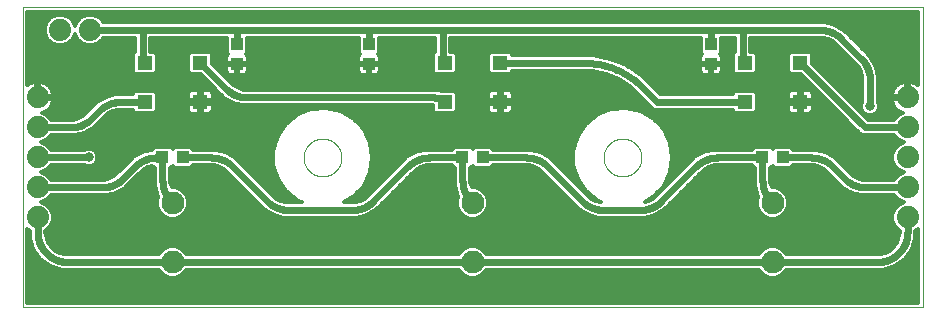
<source format=gtl>
G75*
%MOIN*%
%OFA0B0*%
%FSLAX25Y25*%
%IPPOS*%
%LPD*%
%AMOC8*
5,1,8,0,0,1.08239X$1,22.5*
%
%ADD10C,0.00000*%
%ADD11C,0.07600*%
%ADD12R,0.04331X0.03937*%
%ADD13C,0.07400*%
%ADD14R,0.03937X0.04331*%
%ADD15R,0.05118X0.04724*%
%ADD16C,0.02400*%
%ADD17C,0.03150*%
%ADD18C,0.01200*%
D10*
X0005060Y0001600D02*
X0305060Y0001600D01*
X0305060Y0101600D01*
X0005060Y0101600D01*
X0005060Y0001600D01*
X0098761Y0051600D02*
X0098763Y0051758D01*
X0098769Y0051916D01*
X0098779Y0052074D01*
X0098793Y0052232D01*
X0098811Y0052389D01*
X0098832Y0052546D01*
X0098858Y0052702D01*
X0098888Y0052858D01*
X0098921Y0053013D01*
X0098959Y0053166D01*
X0099000Y0053319D01*
X0099045Y0053471D01*
X0099094Y0053622D01*
X0099147Y0053771D01*
X0099203Y0053919D01*
X0099263Y0054065D01*
X0099327Y0054210D01*
X0099395Y0054353D01*
X0099466Y0054495D01*
X0099540Y0054635D01*
X0099618Y0054772D01*
X0099700Y0054908D01*
X0099784Y0055042D01*
X0099873Y0055173D01*
X0099964Y0055302D01*
X0100059Y0055429D01*
X0100156Y0055554D01*
X0100257Y0055676D01*
X0100361Y0055795D01*
X0100468Y0055912D01*
X0100578Y0056026D01*
X0100691Y0056137D01*
X0100806Y0056246D01*
X0100924Y0056351D01*
X0101045Y0056453D01*
X0101168Y0056553D01*
X0101294Y0056649D01*
X0101422Y0056742D01*
X0101552Y0056832D01*
X0101685Y0056918D01*
X0101820Y0057002D01*
X0101956Y0057081D01*
X0102095Y0057158D01*
X0102236Y0057230D01*
X0102378Y0057300D01*
X0102522Y0057365D01*
X0102668Y0057427D01*
X0102815Y0057485D01*
X0102964Y0057540D01*
X0103114Y0057591D01*
X0103265Y0057638D01*
X0103417Y0057681D01*
X0103570Y0057720D01*
X0103725Y0057756D01*
X0103880Y0057787D01*
X0104036Y0057815D01*
X0104192Y0057839D01*
X0104349Y0057859D01*
X0104507Y0057875D01*
X0104664Y0057887D01*
X0104823Y0057895D01*
X0104981Y0057899D01*
X0105139Y0057899D01*
X0105297Y0057895D01*
X0105456Y0057887D01*
X0105613Y0057875D01*
X0105771Y0057859D01*
X0105928Y0057839D01*
X0106084Y0057815D01*
X0106240Y0057787D01*
X0106395Y0057756D01*
X0106550Y0057720D01*
X0106703Y0057681D01*
X0106855Y0057638D01*
X0107006Y0057591D01*
X0107156Y0057540D01*
X0107305Y0057485D01*
X0107452Y0057427D01*
X0107598Y0057365D01*
X0107742Y0057300D01*
X0107884Y0057230D01*
X0108025Y0057158D01*
X0108164Y0057081D01*
X0108300Y0057002D01*
X0108435Y0056918D01*
X0108568Y0056832D01*
X0108698Y0056742D01*
X0108826Y0056649D01*
X0108952Y0056553D01*
X0109075Y0056453D01*
X0109196Y0056351D01*
X0109314Y0056246D01*
X0109429Y0056137D01*
X0109542Y0056026D01*
X0109652Y0055912D01*
X0109759Y0055795D01*
X0109863Y0055676D01*
X0109964Y0055554D01*
X0110061Y0055429D01*
X0110156Y0055302D01*
X0110247Y0055173D01*
X0110336Y0055042D01*
X0110420Y0054908D01*
X0110502Y0054772D01*
X0110580Y0054635D01*
X0110654Y0054495D01*
X0110725Y0054353D01*
X0110793Y0054210D01*
X0110857Y0054065D01*
X0110917Y0053919D01*
X0110973Y0053771D01*
X0111026Y0053622D01*
X0111075Y0053471D01*
X0111120Y0053319D01*
X0111161Y0053166D01*
X0111199Y0053013D01*
X0111232Y0052858D01*
X0111262Y0052702D01*
X0111288Y0052546D01*
X0111309Y0052389D01*
X0111327Y0052232D01*
X0111341Y0052074D01*
X0111351Y0051916D01*
X0111357Y0051758D01*
X0111359Y0051600D01*
X0111357Y0051442D01*
X0111351Y0051284D01*
X0111341Y0051126D01*
X0111327Y0050968D01*
X0111309Y0050811D01*
X0111288Y0050654D01*
X0111262Y0050498D01*
X0111232Y0050342D01*
X0111199Y0050187D01*
X0111161Y0050034D01*
X0111120Y0049881D01*
X0111075Y0049729D01*
X0111026Y0049578D01*
X0110973Y0049429D01*
X0110917Y0049281D01*
X0110857Y0049135D01*
X0110793Y0048990D01*
X0110725Y0048847D01*
X0110654Y0048705D01*
X0110580Y0048565D01*
X0110502Y0048428D01*
X0110420Y0048292D01*
X0110336Y0048158D01*
X0110247Y0048027D01*
X0110156Y0047898D01*
X0110061Y0047771D01*
X0109964Y0047646D01*
X0109863Y0047524D01*
X0109759Y0047405D01*
X0109652Y0047288D01*
X0109542Y0047174D01*
X0109429Y0047063D01*
X0109314Y0046954D01*
X0109196Y0046849D01*
X0109075Y0046747D01*
X0108952Y0046647D01*
X0108826Y0046551D01*
X0108698Y0046458D01*
X0108568Y0046368D01*
X0108435Y0046282D01*
X0108300Y0046198D01*
X0108164Y0046119D01*
X0108025Y0046042D01*
X0107884Y0045970D01*
X0107742Y0045900D01*
X0107598Y0045835D01*
X0107452Y0045773D01*
X0107305Y0045715D01*
X0107156Y0045660D01*
X0107006Y0045609D01*
X0106855Y0045562D01*
X0106703Y0045519D01*
X0106550Y0045480D01*
X0106395Y0045444D01*
X0106240Y0045413D01*
X0106084Y0045385D01*
X0105928Y0045361D01*
X0105771Y0045341D01*
X0105613Y0045325D01*
X0105456Y0045313D01*
X0105297Y0045305D01*
X0105139Y0045301D01*
X0104981Y0045301D01*
X0104823Y0045305D01*
X0104664Y0045313D01*
X0104507Y0045325D01*
X0104349Y0045341D01*
X0104192Y0045361D01*
X0104036Y0045385D01*
X0103880Y0045413D01*
X0103725Y0045444D01*
X0103570Y0045480D01*
X0103417Y0045519D01*
X0103265Y0045562D01*
X0103114Y0045609D01*
X0102964Y0045660D01*
X0102815Y0045715D01*
X0102668Y0045773D01*
X0102522Y0045835D01*
X0102378Y0045900D01*
X0102236Y0045970D01*
X0102095Y0046042D01*
X0101956Y0046119D01*
X0101820Y0046198D01*
X0101685Y0046282D01*
X0101552Y0046368D01*
X0101422Y0046458D01*
X0101294Y0046551D01*
X0101168Y0046647D01*
X0101045Y0046747D01*
X0100924Y0046849D01*
X0100806Y0046954D01*
X0100691Y0047063D01*
X0100578Y0047174D01*
X0100468Y0047288D01*
X0100361Y0047405D01*
X0100257Y0047524D01*
X0100156Y0047646D01*
X0100059Y0047771D01*
X0099964Y0047898D01*
X0099873Y0048027D01*
X0099784Y0048158D01*
X0099700Y0048292D01*
X0099618Y0048428D01*
X0099540Y0048565D01*
X0099466Y0048705D01*
X0099395Y0048847D01*
X0099327Y0048990D01*
X0099263Y0049135D01*
X0099203Y0049281D01*
X0099147Y0049429D01*
X0099094Y0049578D01*
X0099045Y0049729D01*
X0099000Y0049881D01*
X0098959Y0050034D01*
X0098921Y0050187D01*
X0098888Y0050342D01*
X0098858Y0050498D01*
X0098832Y0050654D01*
X0098811Y0050811D01*
X0098793Y0050968D01*
X0098779Y0051126D01*
X0098769Y0051284D01*
X0098763Y0051442D01*
X0098761Y0051600D01*
X0198761Y0051600D02*
X0198763Y0051758D01*
X0198769Y0051916D01*
X0198779Y0052074D01*
X0198793Y0052232D01*
X0198811Y0052389D01*
X0198832Y0052546D01*
X0198858Y0052702D01*
X0198888Y0052858D01*
X0198921Y0053013D01*
X0198959Y0053166D01*
X0199000Y0053319D01*
X0199045Y0053471D01*
X0199094Y0053622D01*
X0199147Y0053771D01*
X0199203Y0053919D01*
X0199263Y0054065D01*
X0199327Y0054210D01*
X0199395Y0054353D01*
X0199466Y0054495D01*
X0199540Y0054635D01*
X0199618Y0054772D01*
X0199700Y0054908D01*
X0199784Y0055042D01*
X0199873Y0055173D01*
X0199964Y0055302D01*
X0200059Y0055429D01*
X0200156Y0055554D01*
X0200257Y0055676D01*
X0200361Y0055795D01*
X0200468Y0055912D01*
X0200578Y0056026D01*
X0200691Y0056137D01*
X0200806Y0056246D01*
X0200924Y0056351D01*
X0201045Y0056453D01*
X0201168Y0056553D01*
X0201294Y0056649D01*
X0201422Y0056742D01*
X0201552Y0056832D01*
X0201685Y0056918D01*
X0201820Y0057002D01*
X0201956Y0057081D01*
X0202095Y0057158D01*
X0202236Y0057230D01*
X0202378Y0057300D01*
X0202522Y0057365D01*
X0202668Y0057427D01*
X0202815Y0057485D01*
X0202964Y0057540D01*
X0203114Y0057591D01*
X0203265Y0057638D01*
X0203417Y0057681D01*
X0203570Y0057720D01*
X0203725Y0057756D01*
X0203880Y0057787D01*
X0204036Y0057815D01*
X0204192Y0057839D01*
X0204349Y0057859D01*
X0204507Y0057875D01*
X0204664Y0057887D01*
X0204823Y0057895D01*
X0204981Y0057899D01*
X0205139Y0057899D01*
X0205297Y0057895D01*
X0205456Y0057887D01*
X0205613Y0057875D01*
X0205771Y0057859D01*
X0205928Y0057839D01*
X0206084Y0057815D01*
X0206240Y0057787D01*
X0206395Y0057756D01*
X0206550Y0057720D01*
X0206703Y0057681D01*
X0206855Y0057638D01*
X0207006Y0057591D01*
X0207156Y0057540D01*
X0207305Y0057485D01*
X0207452Y0057427D01*
X0207598Y0057365D01*
X0207742Y0057300D01*
X0207884Y0057230D01*
X0208025Y0057158D01*
X0208164Y0057081D01*
X0208300Y0057002D01*
X0208435Y0056918D01*
X0208568Y0056832D01*
X0208698Y0056742D01*
X0208826Y0056649D01*
X0208952Y0056553D01*
X0209075Y0056453D01*
X0209196Y0056351D01*
X0209314Y0056246D01*
X0209429Y0056137D01*
X0209542Y0056026D01*
X0209652Y0055912D01*
X0209759Y0055795D01*
X0209863Y0055676D01*
X0209964Y0055554D01*
X0210061Y0055429D01*
X0210156Y0055302D01*
X0210247Y0055173D01*
X0210336Y0055042D01*
X0210420Y0054908D01*
X0210502Y0054772D01*
X0210580Y0054635D01*
X0210654Y0054495D01*
X0210725Y0054353D01*
X0210793Y0054210D01*
X0210857Y0054065D01*
X0210917Y0053919D01*
X0210973Y0053771D01*
X0211026Y0053622D01*
X0211075Y0053471D01*
X0211120Y0053319D01*
X0211161Y0053166D01*
X0211199Y0053013D01*
X0211232Y0052858D01*
X0211262Y0052702D01*
X0211288Y0052546D01*
X0211309Y0052389D01*
X0211327Y0052232D01*
X0211341Y0052074D01*
X0211351Y0051916D01*
X0211357Y0051758D01*
X0211359Y0051600D01*
X0211357Y0051442D01*
X0211351Y0051284D01*
X0211341Y0051126D01*
X0211327Y0050968D01*
X0211309Y0050811D01*
X0211288Y0050654D01*
X0211262Y0050498D01*
X0211232Y0050342D01*
X0211199Y0050187D01*
X0211161Y0050034D01*
X0211120Y0049881D01*
X0211075Y0049729D01*
X0211026Y0049578D01*
X0210973Y0049429D01*
X0210917Y0049281D01*
X0210857Y0049135D01*
X0210793Y0048990D01*
X0210725Y0048847D01*
X0210654Y0048705D01*
X0210580Y0048565D01*
X0210502Y0048428D01*
X0210420Y0048292D01*
X0210336Y0048158D01*
X0210247Y0048027D01*
X0210156Y0047898D01*
X0210061Y0047771D01*
X0209964Y0047646D01*
X0209863Y0047524D01*
X0209759Y0047405D01*
X0209652Y0047288D01*
X0209542Y0047174D01*
X0209429Y0047063D01*
X0209314Y0046954D01*
X0209196Y0046849D01*
X0209075Y0046747D01*
X0208952Y0046647D01*
X0208826Y0046551D01*
X0208698Y0046458D01*
X0208568Y0046368D01*
X0208435Y0046282D01*
X0208300Y0046198D01*
X0208164Y0046119D01*
X0208025Y0046042D01*
X0207884Y0045970D01*
X0207742Y0045900D01*
X0207598Y0045835D01*
X0207452Y0045773D01*
X0207305Y0045715D01*
X0207156Y0045660D01*
X0207006Y0045609D01*
X0206855Y0045562D01*
X0206703Y0045519D01*
X0206550Y0045480D01*
X0206395Y0045444D01*
X0206240Y0045413D01*
X0206084Y0045385D01*
X0205928Y0045361D01*
X0205771Y0045341D01*
X0205613Y0045325D01*
X0205456Y0045313D01*
X0205297Y0045305D01*
X0205139Y0045301D01*
X0204981Y0045301D01*
X0204823Y0045305D01*
X0204664Y0045313D01*
X0204507Y0045325D01*
X0204349Y0045341D01*
X0204192Y0045361D01*
X0204036Y0045385D01*
X0203880Y0045413D01*
X0203725Y0045444D01*
X0203570Y0045480D01*
X0203417Y0045519D01*
X0203265Y0045562D01*
X0203114Y0045609D01*
X0202964Y0045660D01*
X0202815Y0045715D01*
X0202668Y0045773D01*
X0202522Y0045835D01*
X0202378Y0045900D01*
X0202236Y0045970D01*
X0202095Y0046042D01*
X0201956Y0046119D01*
X0201820Y0046198D01*
X0201685Y0046282D01*
X0201552Y0046368D01*
X0201422Y0046458D01*
X0201294Y0046551D01*
X0201168Y0046647D01*
X0201045Y0046747D01*
X0200924Y0046849D01*
X0200806Y0046954D01*
X0200691Y0047063D01*
X0200578Y0047174D01*
X0200468Y0047288D01*
X0200361Y0047405D01*
X0200257Y0047524D01*
X0200156Y0047646D01*
X0200059Y0047771D01*
X0199964Y0047898D01*
X0199873Y0048027D01*
X0199784Y0048158D01*
X0199700Y0048292D01*
X0199618Y0048428D01*
X0199540Y0048565D01*
X0199466Y0048705D01*
X0199395Y0048847D01*
X0199327Y0048990D01*
X0199263Y0049135D01*
X0199203Y0049281D01*
X0199147Y0049429D01*
X0199094Y0049578D01*
X0199045Y0049729D01*
X0199000Y0049881D01*
X0198959Y0050034D01*
X0198921Y0050187D01*
X0198888Y0050342D01*
X0198858Y0050498D01*
X0198832Y0050654D01*
X0198811Y0050811D01*
X0198793Y0050968D01*
X0198779Y0051126D01*
X0198769Y0051284D01*
X0198763Y0051442D01*
X0198761Y0051600D01*
D11*
X0155060Y0036440D03*
X0155060Y0016760D03*
X0255060Y0016760D03*
X0255060Y0036440D03*
X0055060Y0036440D03*
X0055060Y0016760D03*
D12*
X0051714Y0051600D03*
X0058406Y0051600D03*
X0151714Y0051600D03*
X0158406Y0051600D03*
X0251714Y0051600D03*
X0258406Y0051600D03*
D13*
X0300060Y0051600D03*
X0300060Y0041600D03*
X0300060Y0031600D03*
X0300060Y0061600D03*
X0300060Y0071600D03*
X0027560Y0094100D03*
X0017560Y0094100D03*
X0010060Y0071600D03*
X0010060Y0061600D03*
X0010060Y0051600D03*
X0010060Y0041600D03*
X0010060Y0031600D03*
D14*
X0076560Y0082754D03*
X0076560Y0089446D03*
X0120560Y0089446D03*
X0120560Y0082754D03*
X0234560Y0082754D03*
X0234560Y0089446D03*
D15*
X0245808Y0083096D03*
X0264312Y0083096D03*
X0264312Y0070104D03*
X0245808Y0070104D03*
X0164312Y0070104D03*
X0145808Y0070104D03*
X0145808Y0083096D03*
X0164312Y0083096D03*
X0064312Y0083096D03*
X0045808Y0083096D03*
X0045808Y0070104D03*
X0064312Y0070104D03*
D16*
X0072879Y0074529D02*
X0064312Y0083096D01*
X0072879Y0074529D02*
X0073055Y0074358D01*
X0073234Y0074190D01*
X0073418Y0074028D01*
X0073606Y0073870D01*
X0073798Y0073717D01*
X0073993Y0073568D01*
X0074192Y0073424D01*
X0074394Y0073285D01*
X0074600Y0073151D01*
X0074809Y0073023D01*
X0075021Y0072899D01*
X0075236Y0072781D01*
X0075454Y0072668D01*
X0075674Y0072560D01*
X0075898Y0072458D01*
X0076123Y0072361D01*
X0076351Y0072270D01*
X0076581Y0072185D01*
X0076813Y0072105D01*
X0077047Y0072031D01*
X0077283Y0071962D01*
X0077520Y0071900D01*
X0077759Y0071843D01*
X0077999Y0071792D01*
X0078240Y0071747D01*
X0078483Y0071708D01*
X0078726Y0071675D01*
X0078970Y0071648D01*
X0079214Y0071627D01*
X0079459Y0071612D01*
X0079705Y0071603D01*
X0079950Y0071600D01*
X0142196Y0071600D01*
X0142334Y0071598D01*
X0142473Y0071593D01*
X0142611Y0071583D01*
X0142748Y0071570D01*
X0142886Y0071553D01*
X0143022Y0071533D01*
X0143159Y0071508D01*
X0143294Y0071481D01*
X0143429Y0071449D01*
X0143563Y0071414D01*
X0143695Y0071375D01*
X0143827Y0071333D01*
X0143957Y0071287D01*
X0144087Y0071237D01*
X0144214Y0071184D01*
X0144341Y0071128D01*
X0144466Y0071068D01*
X0144589Y0071005D01*
X0144710Y0070939D01*
X0144829Y0070869D01*
X0144947Y0070796D01*
X0145063Y0070720D01*
X0145176Y0070641D01*
X0145287Y0070558D01*
X0145396Y0070473D01*
X0145503Y0070385D01*
X0145607Y0070294D01*
X0145709Y0070200D01*
X0145808Y0070104D01*
X0164312Y0083096D02*
X0192351Y0083096D01*
X0211493Y0075167D02*
X0216556Y0070104D01*
X0245808Y0070104D01*
X0284631Y0084529D02*
X0284802Y0084353D01*
X0284970Y0084174D01*
X0285132Y0083990D01*
X0285290Y0083802D01*
X0285443Y0083610D01*
X0285592Y0083415D01*
X0285736Y0083216D01*
X0285875Y0083014D01*
X0286009Y0082808D01*
X0286137Y0082599D01*
X0286261Y0082387D01*
X0286379Y0082172D01*
X0286492Y0081954D01*
X0286600Y0081734D01*
X0286702Y0081510D01*
X0286799Y0081285D01*
X0286890Y0081057D01*
X0286975Y0080827D01*
X0287055Y0080595D01*
X0287129Y0080361D01*
X0287198Y0080125D01*
X0287260Y0079888D01*
X0287317Y0079649D01*
X0287368Y0079409D01*
X0287413Y0079168D01*
X0287452Y0078925D01*
X0287485Y0078682D01*
X0287512Y0078438D01*
X0287533Y0078194D01*
X0287548Y0077949D01*
X0287557Y0077703D01*
X0287560Y0077458D01*
X0287560Y0068600D01*
X0287560Y0068726D01*
X0285808Y0061600D02*
X0300060Y0061600D01*
X0285808Y0061600D02*
X0264312Y0083096D01*
X0270906Y0094112D02*
X0271151Y0094109D01*
X0271397Y0094100D01*
X0271642Y0094085D01*
X0271886Y0094064D01*
X0272130Y0094037D01*
X0272373Y0094004D01*
X0272616Y0093965D01*
X0272857Y0093920D01*
X0273097Y0093869D01*
X0273336Y0093812D01*
X0273573Y0093750D01*
X0273809Y0093681D01*
X0274043Y0093607D01*
X0274275Y0093527D01*
X0274505Y0093442D01*
X0274733Y0093351D01*
X0274958Y0093254D01*
X0275182Y0093152D01*
X0275402Y0093044D01*
X0275620Y0092931D01*
X0275835Y0092813D01*
X0276047Y0092689D01*
X0276256Y0092561D01*
X0276462Y0092427D01*
X0276664Y0092288D01*
X0276863Y0092144D01*
X0277058Y0091995D01*
X0277250Y0091842D01*
X0277438Y0091684D01*
X0277622Y0091522D01*
X0277801Y0091354D01*
X0277977Y0091183D01*
X0284631Y0084529D01*
X0270906Y0094112D02*
X0268942Y0094112D01*
X0267560Y0094112D01*
X0245060Y0094112D01*
X0245060Y0084902D01*
X0245062Y0084802D01*
X0245068Y0084702D01*
X0245078Y0084602D01*
X0245091Y0084502D01*
X0245109Y0084404D01*
X0245131Y0084306D01*
X0245156Y0084209D01*
X0245185Y0084113D01*
X0245218Y0084018D01*
X0245254Y0083925D01*
X0245295Y0083833D01*
X0245338Y0083743D01*
X0245386Y0083654D01*
X0245436Y0083568D01*
X0245490Y0083483D01*
X0245548Y0083401D01*
X0245608Y0083321D01*
X0245672Y0083243D01*
X0245739Y0083168D01*
X0245808Y0083096D01*
X0234560Y0089446D02*
X0234560Y0094112D01*
X0245060Y0094112D01*
X0234560Y0094112D02*
X0145060Y0094112D01*
X0145060Y0084902D01*
X0145062Y0084802D01*
X0145068Y0084702D01*
X0145078Y0084602D01*
X0145091Y0084502D01*
X0145109Y0084404D01*
X0145131Y0084306D01*
X0145156Y0084209D01*
X0145185Y0084113D01*
X0145218Y0084018D01*
X0145254Y0083925D01*
X0145295Y0083833D01*
X0145338Y0083743D01*
X0145386Y0083654D01*
X0145436Y0083568D01*
X0145490Y0083483D01*
X0145548Y0083401D01*
X0145608Y0083321D01*
X0145672Y0083243D01*
X0145739Y0083168D01*
X0145808Y0083096D01*
X0120560Y0089446D02*
X0120560Y0094112D01*
X0145060Y0094112D01*
X0120560Y0094112D02*
X0076091Y0094112D01*
X0076091Y0094100D01*
X0076560Y0094100D01*
X0076560Y0089446D01*
X0076091Y0094100D02*
X0045060Y0094100D01*
X0045060Y0084902D01*
X0045062Y0084802D01*
X0045068Y0084702D01*
X0045078Y0084602D01*
X0045091Y0084502D01*
X0045109Y0084404D01*
X0045131Y0084306D01*
X0045156Y0084209D01*
X0045185Y0084113D01*
X0045218Y0084018D01*
X0045254Y0083925D01*
X0045295Y0083833D01*
X0045338Y0083743D01*
X0045386Y0083654D01*
X0045436Y0083568D01*
X0045490Y0083483D01*
X0045548Y0083401D01*
X0045608Y0083321D01*
X0045672Y0083243D01*
X0045739Y0083168D01*
X0045808Y0083096D01*
X0045060Y0094100D02*
X0027560Y0094100D01*
X0027989Y0064529D02*
X0027819Y0064363D01*
X0027645Y0064200D01*
X0027467Y0064043D01*
X0027285Y0063889D01*
X0027100Y0063739D01*
X0026911Y0063595D01*
X0026719Y0063454D01*
X0026523Y0063319D01*
X0026324Y0063187D01*
X0026123Y0063061D01*
X0025918Y0062940D01*
X0025710Y0062823D01*
X0025500Y0062712D01*
X0025287Y0062605D01*
X0025072Y0062504D01*
X0024855Y0062407D01*
X0024635Y0062316D01*
X0024413Y0062231D01*
X0024189Y0062150D01*
X0023963Y0062075D01*
X0023735Y0062005D01*
X0023506Y0061941D01*
X0023276Y0061882D01*
X0023044Y0061829D01*
X0022811Y0061781D01*
X0022576Y0061738D01*
X0022341Y0061702D01*
X0022105Y0061671D01*
X0021869Y0061645D01*
X0021631Y0061625D01*
X0021394Y0061611D01*
X0021156Y0061603D01*
X0020918Y0061600D01*
X0010060Y0061600D01*
X0027989Y0064529D02*
X0030635Y0067175D01*
X0037706Y0070104D02*
X0045808Y0070104D01*
X0037706Y0070104D02*
X0037461Y0070101D01*
X0037215Y0070092D01*
X0036970Y0070077D01*
X0036726Y0070056D01*
X0036482Y0070029D01*
X0036239Y0069996D01*
X0035996Y0069957D01*
X0035755Y0069912D01*
X0035515Y0069861D01*
X0035276Y0069804D01*
X0035039Y0069742D01*
X0034803Y0069673D01*
X0034569Y0069599D01*
X0034337Y0069519D01*
X0034107Y0069434D01*
X0033879Y0069343D01*
X0033654Y0069246D01*
X0033430Y0069144D01*
X0033210Y0069036D01*
X0032992Y0068923D01*
X0032777Y0068805D01*
X0032565Y0068681D01*
X0032356Y0068553D01*
X0032150Y0068419D01*
X0031948Y0068280D01*
X0031749Y0068136D01*
X0031554Y0067987D01*
X0031362Y0067834D01*
X0031174Y0067676D01*
X0030990Y0067514D01*
X0030811Y0067346D01*
X0030635Y0067175D01*
X0038489Y0044529D02*
X0038319Y0044363D01*
X0038145Y0044200D01*
X0037967Y0044043D01*
X0037785Y0043889D01*
X0037600Y0043739D01*
X0037411Y0043595D01*
X0037219Y0043454D01*
X0037023Y0043319D01*
X0036824Y0043187D01*
X0036623Y0043061D01*
X0036418Y0042940D01*
X0036210Y0042823D01*
X0036000Y0042712D01*
X0035787Y0042605D01*
X0035572Y0042504D01*
X0035355Y0042407D01*
X0035135Y0042316D01*
X0034913Y0042231D01*
X0034689Y0042150D01*
X0034463Y0042075D01*
X0034235Y0042005D01*
X0034006Y0041941D01*
X0033776Y0041882D01*
X0033544Y0041829D01*
X0033311Y0041781D01*
X0033076Y0041738D01*
X0032841Y0041702D01*
X0032605Y0041671D01*
X0032369Y0041645D01*
X0032131Y0041625D01*
X0031894Y0041611D01*
X0031656Y0041603D01*
X0031418Y0041600D01*
X0010060Y0041600D01*
X0010060Y0031600D02*
X0010060Y0026760D01*
X0010063Y0026518D01*
X0010072Y0026277D01*
X0010086Y0026036D01*
X0010107Y0025795D01*
X0010133Y0025555D01*
X0010165Y0025315D01*
X0010203Y0025076D01*
X0010246Y0024839D01*
X0010296Y0024602D01*
X0010351Y0024367D01*
X0010411Y0024133D01*
X0010478Y0023901D01*
X0010549Y0023670D01*
X0010627Y0023441D01*
X0010710Y0023214D01*
X0010798Y0022989D01*
X0010892Y0022766D01*
X0010991Y0022546D01*
X0011096Y0022328D01*
X0011205Y0022113D01*
X0011320Y0021900D01*
X0011440Y0021690D01*
X0011565Y0021484D01*
X0011695Y0021280D01*
X0011830Y0021079D01*
X0011970Y0020882D01*
X0012114Y0020688D01*
X0012263Y0020498D01*
X0012417Y0020312D01*
X0012575Y0020129D01*
X0012737Y0019950D01*
X0012904Y0019775D01*
X0013075Y0019604D01*
X0013250Y0019437D01*
X0013429Y0019275D01*
X0013612Y0019117D01*
X0013798Y0018963D01*
X0013988Y0018814D01*
X0014182Y0018670D01*
X0014379Y0018530D01*
X0014580Y0018395D01*
X0014784Y0018265D01*
X0014990Y0018140D01*
X0015200Y0018020D01*
X0015413Y0017905D01*
X0015628Y0017796D01*
X0015846Y0017691D01*
X0016066Y0017592D01*
X0016289Y0017498D01*
X0016514Y0017410D01*
X0016741Y0017327D01*
X0016970Y0017249D01*
X0017201Y0017178D01*
X0017433Y0017111D01*
X0017667Y0017051D01*
X0017902Y0016996D01*
X0018139Y0016946D01*
X0018376Y0016903D01*
X0018615Y0016865D01*
X0018855Y0016833D01*
X0019095Y0016807D01*
X0019336Y0016786D01*
X0019577Y0016772D01*
X0019818Y0016763D01*
X0020060Y0016760D01*
X0055060Y0016760D01*
X0155060Y0016760D01*
X0255060Y0016760D01*
X0290060Y0016760D01*
X0290302Y0016763D01*
X0290543Y0016772D01*
X0290784Y0016786D01*
X0291025Y0016807D01*
X0291265Y0016833D01*
X0291505Y0016865D01*
X0291744Y0016903D01*
X0291981Y0016946D01*
X0292218Y0016996D01*
X0292453Y0017051D01*
X0292687Y0017111D01*
X0292919Y0017178D01*
X0293150Y0017249D01*
X0293379Y0017327D01*
X0293606Y0017410D01*
X0293831Y0017498D01*
X0294054Y0017592D01*
X0294274Y0017691D01*
X0294492Y0017796D01*
X0294707Y0017905D01*
X0294920Y0018020D01*
X0295130Y0018140D01*
X0295336Y0018265D01*
X0295540Y0018395D01*
X0295741Y0018530D01*
X0295938Y0018670D01*
X0296132Y0018814D01*
X0296322Y0018963D01*
X0296508Y0019117D01*
X0296691Y0019275D01*
X0296870Y0019437D01*
X0297045Y0019604D01*
X0297216Y0019775D01*
X0297383Y0019950D01*
X0297545Y0020129D01*
X0297703Y0020312D01*
X0297857Y0020498D01*
X0298006Y0020688D01*
X0298150Y0020882D01*
X0298290Y0021079D01*
X0298425Y0021280D01*
X0298555Y0021484D01*
X0298680Y0021690D01*
X0298800Y0021900D01*
X0298915Y0022113D01*
X0299024Y0022328D01*
X0299129Y0022546D01*
X0299228Y0022766D01*
X0299322Y0022989D01*
X0299410Y0023214D01*
X0299493Y0023441D01*
X0299571Y0023670D01*
X0299642Y0023901D01*
X0299709Y0024133D01*
X0299769Y0024367D01*
X0299824Y0024602D01*
X0299874Y0024839D01*
X0299917Y0025076D01*
X0299955Y0025315D01*
X0299987Y0025555D01*
X0300013Y0025795D01*
X0300034Y0026036D01*
X0300048Y0026277D01*
X0300057Y0026518D01*
X0300060Y0026760D01*
X0300060Y0031600D01*
X0300060Y0041600D02*
X0286202Y0041600D01*
X0279131Y0044529D02*
X0274989Y0048671D01*
X0267918Y0051600D02*
X0258406Y0051600D01*
X0251714Y0051600D02*
X0251714Y0043929D01*
X0251717Y0043684D01*
X0251726Y0043438D01*
X0251741Y0043193D01*
X0251762Y0042949D01*
X0251789Y0042705D01*
X0251822Y0042462D01*
X0251861Y0042219D01*
X0251906Y0041978D01*
X0251957Y0041738D01*
X0252014Y0041499D01*
X0252076Y0041262D01*
X0252145Y0041026D01*
X0252219Y0040792D01*
X0252299Y0040560D01*
X0252384Y0040330D01*
X0252475Y0040102D01*
X0252572Y0039877D01*
X0252674Y0039653D01*
X0252782Y0039433D01*
X0252895Y0039215D01*
X0253013Y0039000D01*
X0253137Y0038788D01*
X0253265Y0038579D01*
X0253399Y0038373D01*
X0253538Y0038171D01*
X0253682Y0037972D01*
X0253831Y0037777D01*
X0253984Y0037585D01*
X0254142Y0037397D01*
X0254304Y0037213D01*
X0254472Y0037034D01*
X0254643Y0036858D01*
X0254642Y0036858D02*
X0255060Y0036440D01*
X0267918Y0051600D02*
X0268163Y0051597D01*
X0268409Y0051588D01*
X0268654Y0051573D01*
X0268898Y0051552D01*
X0269142Y0051525D01*
X0269385Y0051492D01*
X0269628Y0051453D01*
X0269869Y0051408D01*
X0270109Y0051357D01*
X0270348Y0051300D01*
X0270585Y0051238D01*
X0270821Y0051169D01*
X0271055Y0051095D01*
X0271287Y0051015D01*
X0271517Y0050930D01*
X0271745Y0050839D01*
X0271970Y0050742D01*
X0272194Y0050640D01*
X0272414Y0050532D01*
X0272632Y0050419D01*
X0272847Y0050301D01*
X0273059Y0050177D01*
X0273268Y0050049D01*
X0273474Y0049915D01*
X0273676Y0049776D01*
X0273875Y0049632D01*
X0274070Y0049483D01*
X0274262Y0049330D01*
X0274450Y0049172D01*
X0274634Y0049010D01*
X0274813Y0048842D01*
X0274989Y0048671D01*
X0279131Y0044529D02*
X0279307Y0044358D01*
X0279486Y0044190D01*
X0279670Y0044028D01*
X0279858Y0043870D01*
X0280050Y0043717D01*
X0280245Y0043568D01*
X0280444Y0043424D01*
X0280646Y0043285D01*
X0280852Y0043151D01*
X0281061Y0043023D01*
X0281273Y0042899D01*
X0281488Y0042781D01*
X0281706Y0042668D01*
X0281926Y0042560D01*
X0282150Y0042458D01*
X0282375Y0042361D01*
X0282603Y0042270D01*
X0282833Y0042185D01*
X0283065Y0042105D01*
X0283299Y0042031D01*
X0283535Y0041962D01*
X0283772Y0041900D01*
X0284011Y0041843D01*
X0284251Y0041792D01*
X0284492Y0041747D01*
X0284735Y0041708D01*
X0284978Y0041675D01*
X0285222Y0041648D01*
X0285466Y0041627D01*
X0285711Y0041612D01*
X0285957Y0041603D01*
X0286202Y0041600D01*
X0251714Y0051600D02*
X0236702Y0051600D01*
X0229631Y0048671D02*
X0217989Y0037029D01*
X0210918Y0034100D02*
X0198702Y0034100D01*
X0191631Y0037029D02*
X0179989Y0048671D01*
X0172918Y0051600D02*
X0158406Y0051600D01*
X0151714Y0051600D02*
X0151714Y0043929D01*
X0140702Y0051600D02*
X0140457Y0051597D01*
X0140211Y0051588D01*
X0139966Y0051573D01*
X0139722Y0051552D01*
X0139478Y0051525D01*
X0139235Y0051492D01*
X0138992Y0051453D01*
X0138751Y0051408D01*
X0138511Y0051357D01*
X0138272Y0051300D01*
X0138035Y0051238D01*
X0137799Y0051169D01*
X0137565Y0051095D01*
X0137333Y0051015D01*
X0137103Y0050930D01*
X0136875Y0050839D01*
X0136650Y0050742D01*
X0136426Y0050640D01*
X0136206Y0050532D01*
X0135988Y0050419D01*
X0135773Y0050301D01*
X0135561Y0050177D01*
X0135352Y0050049D01*
X0135146Y0049915D01*
X0134944Y0049776D01*
X0134745Y0049632D01*
X0134550Y0049483D01*
X0134358Y0049330D01*
X0134170Y0049172D01*
X0133986Y0049010D01*
X0133807Y0048842D01*
X0133631Y0048671D01*
X0121989Y0037029D01*
X0114918Y0034100D02*
X0093702Y0034100D01*
X0086631Y0037029D02*
X0074989Y0048671D01*
X0067918Y0051600D02*
X0058406Y0051600D01*
X0051714Y0051600D02*
X0051714Y0043929D01*
X0049702Y0051600D02*
X0049457Y0051597D01*
X0049211Y0051588D01*
X0048966Y0051573D01*
X0048722Y0051552D01*
X0048478Y0051525D01*
X0048235Y0051492D01*
X0047992Y0051453D01*
X0047751Y0051408D01*
X0047511Y0051357D01*
X0047272Y0051300D01*
X0047035Y0051238D01*
X0046799Y0051169D01*
X0046565Y0051095D01*
X0046333Y0051015D01*
X0046103Y0050930D01*
X0045875Y0050839D01*
X0045650Y0050742D01*
X0045426Y0050640D01*
X0045206Y0050532D01*
X0044988Y0050419D01*
X0044773Y0050301D01*
X0044561Y0050177D01*
X0044352Y0050049D01*
X0044146Y0049915D01*
X0043944Y0049776D01*
X0043745Y0049632D01*
X0043550Y0049483D01*
X0043358Y0049330D01*
X0043170Y0049172D01*
X0042986Y0049010D01*
X0042807Y0048842D01*
X0042631Y0048671D01*
X0038489Y0044529D01*
X0049702Y0051600D02*
X0051714Y0051600D01*
X0051714Y0043929D02*
X0051717Y0043684D01*
X0051726Y0043438D01*
X0051741Y0043193D01*
X0051762Y0042949D01*
X0051789Y0042705D01*
X0051822Y0042462D01*
X0051861Y0042219D01*
X0051906Y0041978D01*
X0051957Y0041738D01*
X0052014Y0041499D01*
X0052076Y0041262D01*
X0052145Y0041026D01*
X0052219Y0040792D01*
X0052299Y0040560D01*
X0052384Y0040330D01*
X0052475Y0040102D01*
X0052572Y0039877D01*
X0052674Y0039653D01*
X0052782Y0039433D01*
X0052895Y0039215D01*
X0053013Y0039000D01*
X0053137Y0038788D01*
X0053265Y0038579D01*
X0053399Y0038373D01*
X0053538Y0038171D01*
X0053682Y0037972D01*
X0053831Y0037777D01*
X0053984Y0037585D01*
X0054142Y0037397D01*
X0054304Y0037213D01*
X0054472Y0037034D01*
X0054643Y0036858D01*
X0054642Y0036858D02*
X0055060Y0036440D01*
X0067918Y0051600D02*
X0068163Y0051597D01*
X0068409Y0051588D01*
X0068654Y0051573D01*
X0068898Y0051552D01*
X0069142Y0051525D01*
X0069385Y0051492D01*
X0069628Y0051453D01*
X0069869Y0051408D01*
X0070109Y0051357D01*
X0070348Y0051300D01*
X0070585Y0051238D01*
X0070821Y0051169D01*
X0071055Y0051095D01*
X0071287Y0051015D01*
X0071517Y0050930D01*
X0071745Y0050839D01*
X0071970Y0050742D01*
X0072194Y0050640D01*
X0072414Y0050532D01*
X0072632Y0050419D01*
X0072847Y0050301D01*
X0073059Y0050177D01*
X0073268Y0050049D01*
X0073474Y0049915D01*
X0073676Y0049776D01*
X0073875Y0049632D01*
X0074070Y0049483D01*
X0074262Y0049330D01*
X0074450Y0049172D01*
X0074634Y0049010D01*
X0074813Y0048842D01*
X0074989Y0048671D01*
X0086631Y0037029D02*
X0086807Y0036858D01*
X0086986Y0036690D01*
X0087170Y0036528D01*
X0087358Y0036370D01*
X0087550Y0036217D01*
X0087745Y0036068D01*
X0087944Y0035924D01*
X0088146Y0035785D01*
X0088352Y0035651D01*
X0088561Y0035523D01*
X0088773Y0035399D01*
X0088988Y0035281D01*
X0089206Y0035168D01*
X0089426Y0035060D01*
X0089650Y0034958D01*
X0089875Y0034861D01*
X0090103Y0034770D01*
X0090333Y0034685D01*
X0090565Y0034605D01*
X0090799Y0034531D01*
X0091035Y0034462D01*
X0091272Y0034400D01*
X0091511Y0034343D01*
X0091751Y0034292D01*
X0091992Y0034247D01*
X0092235Y0034208D01*
X0092478Y0034175D01*
X0092722Y0034148D01*
X0092966Y0034127D01*
X0093211Y0034112D01*
X0093457Y0034103D01*
X0093702Y0034100D01*
X0114918Y0034100D02*
X0115156Y0034103D01*
X0115394Y0034111D01*
X0115631Y0034125D01*
X0115869Y0034145D01*
X0116105Y0034171D01*
X0116341Y0034202D01*
X0116576Y0034238D01*
X0116811Y0034281D01*
X0117044Y0034329D01*
X0117276Y0034382D01*
X0117506Y0034441D01*
X0117735Y0034505D01*
X0117963Y0034575D01*
X0118189Y0034650D01*
X0118413Y0034731D01*
X0118635Y0034816D01*
X0118855Y0034907D01*
X0119072Y0035004D01*
X0119287Y0035105D01*
X0119500Y0035212D01*
X0119710Y0035323D01*
X0119918Y0035440D01*
X0120123Y0035561D01*
X0120324Y0035687D01*
X0120523Y0035819D01*
X0120719Y0035954D01*
X0120911Y0036095D01*
X0121100Y0036239D01*
X0121285Y0036389D01*
X0121467Y0036543D01*
X0121645Y0036700D01*
X0121819Y0036863D01*
X0121989Y0037029D01*
X0154642Y0036858D02*
X0155060Y0036440D01*
X0172918Y0051600D02*
X0173163Y0051597D01*
X0173409Y0051588D01*
X0173654Y0051573D01*
X0173898Y0051552D01*
X0174142Y0051525D01*
X0174385Y0051492D01*
X0174628Y0051453D01*
X0174869Y0051408D01*
X0175109Y0051357D01*
X0175348Y0051300D01*
X0175585Y0051238D01*
X0175821Y0051169D01*
X0176055Y0051095D01*
X0176287Y0051015D01*
X0176517Y0050930D01*
X0176745Y0050839D01*
X0176970Y0050742D01*
X0177194Y0050640D01*
X0177414Y0050532D01*
X0177632Y0050419D01*
X0177847Y0050301D01*
X0178059Y0050177D01*
X0178268Y0050049D01*
X0178474Y0049915D01*
X0178676Y0049776D01*
X0178875Y0049632D01*
X0179070Y0049483D01*
X0179262Y0049330D01*
X0179450Y0049172D01*
X0179634Y0049010D01*
X0179813Y0048842D01*
X0179989Y0048671D01*
X0154643Y0036858D02*
X0154472Y0037034D01*
X0154304Y0037213D01*
X0154142Y0037397D01*
X0153984Y0037585D01*
X0153831Y0037777D01*
X0153682Y0037972D01*
X0153538Y0038171D01*
X0153399Y0038373D01*
X0153265Y0038579D01*
X0153137Y0038788D01*
X0153013Y0039000D01*
X0152895Y0039215D01*
X0152782Y0039433D01*
X0152674Y0039653D01*
X0152572Y0039877D01*
X0152475Y0040102D01*
X0152384Y0040330D01*
X0152299Y0040560D01*
X0152219Y0040792D01*
X0152145Y0041026D01*
X0152076Y0041262D01*
X0152014Y0041499D01*
X0151957Y0041738D01*
X0151906Y0041978D01*
X0151861Y0042219D01*
X0151822Y0042462D01*
X0151789Y0042705D01*
X0151762Y0042949D01*
X0151741Y0043193D01*
X0151726Y0043438D01*
X0151717Y0043684D01*
X0151714Y0043929D01*
X0151714Y0051600D02*
X0140702Y0051600D01*
X0192351Y0083096D02*
X0192995Y0083088D01*
X0193639Y0083065D01*
X0194282Y0083027D01*
X0194924Y0082973D01*
X0195565Y0082905D01*
X0196204Y0082820D01*
X0196840Y0082721D01*
X0197474Y0082607D01*
X0198105Y0082477D01*
X0198733Y0082333D01*
X0199357Y0082174D01*
X0199978Y0081999D01*
X0200594Y0081811D01*
X0201205Y0081607D01*
X0201811Y0081389D01*
X0202412Y0081157D01*
X0203008Y0080910D01*
X0203597Y0080650D01*
X0204180Y0080375D01*
X0204756Y0080087D01*
X0205325Y0079785D01*
X0205887Y0079469D01*
X0206441Y0079140D01*
X0206987Y0078799D01*
X0207525Y0078444D01*
X0208054Y0078076D01*
X0208574Y0077696D01*
X0209085Y0077304D01*
X0209587Y0076900D01*
X0210079Y0076484D01*
X0210561Y0076056D01*
X0211032Y0075617D01*
X0211493Y0075167D01*
X0217989Y0037029D02*
X0217813Y0036858D01*
X0217634Y0036690D01*
X0217450Y0036528D01*
X0217262Y0036370D01*
X0217070Y0036217D01*
X0216875Y0036068D01*
X0216676Y0035924D01*
X0216474Y0035785D01*
X0216268Y0035651D01*
X0216059Y0035523D01*
X0215847Y0035399D01*
X0215632Y0035281D01*
X0215414Y0035168D01*
X0215194Y0035060D01*
X0214970Y0034958D01*
X0214745Y0034861D01*
X0214517Y0034770D01*
X0214287Y0034685D01*
X0214055Y0034605D01*
X0213821Y0034531D01*
X0213585Y0034462D01*
X0213348Y0034400D01*
X0213109Y0034343D01*
X0212869Y0034292D01*
X0212628Y0034247D01*
X0212385Y0034208D01*
X0212142Y0034175D01*
X0211898Y0034148D01*
X0211654Y0034127D01*
X0211409Y0034112D01*
X0211163Y0034103D01*
X0210918Y0034100D01*
X0229631Y0048671D02*
X0229807Y0048842D01*
X0229986Y0049010D01*
X0230170Y0049172D01*
X0230358Y0049330D01*
X0230550Y0049483D01*
X0230745Y0049632D01*
X0230944Y0049776D01*
X0231146Y0049915D01*
X0231352Y0050049D01*
X0231561Y0050177D01*
X0231773Y0050301D01*
X0231988Y0050419D01*
X0232206Y0050532D01*
X0232426Y0050640D01*
X0232650Y0050742D01*
X0232875Y0050839D01*
X0233103Y0050930D01*
X0233333Y0051015D01*
X0233565Y0051095D01*
X0233799Y0051169D01*
X0234035Y0051238D01*
X0234272Y0051300D01*
X0234511Y0051357D01*
X0234751Y0051408D01*
X0234992Y0051453D01*
X0235235Y0051492D01*
X0235478Y0051525D01*
X0235722Y0051552D01*
X0235966Y0051573D01*
X0236211Y0051588D01*
X0236457Y0051597D01*
X0236702Y0051600D01*
X0198702Y0034100D02*
X0198457Y0034103D01*
X0198211Y0034112D01*
X0197966Y0034127D01*
X0197722Y0034148D01*
X0197478Y0034175D01*
X0197235Y0034208D01*
X0196992Y0034247D01*
X0196751Y0034292D01*
X0196511Y0034343D01*
X0196272Y0034400D01*
X0196035Y0034462D01*
X0195799Y0034531D01*
X0195565Y0034605D01*
X0195333Y0034685D01*
X0195103Y0034770D01*
X0194875Y0034861D01*
X0194650Y0034958D01*
X0194426Y0035060D01*
X0194206Y0035168D01*
X0193988Y0035281D01*
X0193773Y0035399D01*
X0193561Y0035523D01*
X0193352Y0035651D01*
X0193146Y0035785D01*
X0192944Y0035924D01*
X0192745Y0036068D01*
X0192550Y0036217D01*
X0192358Y0036370D01*
X0192170Y0036528D01*
X0191986Y0036690D01*
X0191807Y0036858D01*
X0191631Y0037029D01*
X0027060Y0051600D02*
X0010060Y0051600D01*
D17*
X0027060Y0051600D03*
X0082060Y0054600D03*
X0128060Y0059100D03*
X0112560Y0086600D03*
X0037060Y0084100D03*
X0210060Y0023100D03*
X0252560Y0009100D03*
X0230060Y0059100D03*
X0287560Y0068600D03*
X0222560Y0084100D03*
D18*
X0230991Y0084297D02*
X0201630Y0084297D01*
X0201005Y0084556D02*
X0195273Y0085696D01*
X0168271Y0085696D01*
X0168271Y0086038D01*
X0167451Y0086858D01*
X0161173Y0086858D01*
X0160353Y0086038D01*
X0160353Y0080154D01*
X0161173Y0079334D01*
X0167451Y0079334D01*
X0168271Y0080154D01*
X0168271Y0080496D01*
X0192351Y0080496D01*
X0194749Y0080378D01*
X0199454Y0079442D01*
X0203886Y0077607D01*
X0207875Y0074941D01*
X0209654Y0073329D01*
X0209654Y0073329D01*
X0210020Y0072963D01*
X0210020Y0072963D01*
X0215083Y0067900D01*
X0216039Y0067504D01*
X0241849Y0067504D01*
X0241849Y0067162D01*
X0242669Y0066342D01*
X0248947Y0066342D01*
X0249767Y0067162D01*
X0249767Y0073046D01*
X0248947Y0073866D01*
X0242669Y0073866D01*
X0241849Y0073046D01*
X0241849Y0072704D01*
X0217633Y0072704D01*
X0213697Y0076640D01*
X0213697Y0076640D01*
X0213331Y0077006D01*
X0211265Y0079072D01*
X0206405Y0082319D01*
X0201005Y0084556D01*
X0196280Y0085496D02*
X0231090Y0085496D01*
X0231101Y0085536D02*
X0230991Y0085130D01*
X0230991Y0083138D01*
X0234176Y0083138D01*
X0234176Y0082369D01*
X0234944Y0082369D01*
X0234944Y0078988D01*
X0236739Y0078988D01*
X0237146Y0079097D01*
X0237511Y0079308D01*
X0237809Y0079606D01*
X0238019Y0079971D01*
X0238128Y0080378D01*
X0238128Y0082369D01*
X0234944Y0082369D01*
X0234944Y0083138D01*
X0238128Y0083138D01*
X0238128Y0085130D01*
X0238019Y0085536D01*
X0237809Y0085901D01*
X0237511Y0086199D01*
X0237457Y0086230D01*
X0237928Y0086701D01*
X0237928Y0091512D01*
X0242460Y0091512D01*
X0242460Y0086649D01*
X0241849Y0086038D01*
X0241849Y0080154D01*
X0242669Y0079334D01*
X0248947Y0079334D01*
X0249767Y0080154D01*
X0249767Y0086038D01*
X0248947Y0086858D01*
X0247660Y0086858D01*
X0247660Y0091512D01*
X0270906Y0091512D01*
X0271872Y0091448D01*
X0273738Y0090949D01*
X0275411Y0089983D01*
X0276139Y0089344D01*
X0276427Y0089056D01*
X0282439Y0083044D01*
X0282793Y0082690D01*
X0283431Y0081963D01*
X0284397Y0080290D01*
X0284897Y0078424D01*
X0284960Y0077458D01*
X0284960Y0070097D01*
X0284585Y0069192D01*
X0284585Y0068008D01*
X0285038Y0066915D01*
X0285875Y0066078D01*
X0286968Y0065625D01*
X0288152Y0065625D01*
X0289245Y0066078D01*
X0290082Y0066915D01*
X0290535Y0068008D01*
X0290535Y0069192D01*
X0290160Y0070097D01*
X0290160Y0079117D01*
X0289301Y0082321D01*
X0287642Y0085194D01*
X0287642Y0085194D01*
X0286470Y0086367D01*
X0286116Y0086721D01*
X0280104Y0092733D01*
X0279816Y0093021D01*
X0279816Y0093021D01*
X0278643Y0094194D01*
X0278643Y0094194D01*
X0275769Y0095853D01*
X0272565Y0096712D01*
X0075574Y0096712D01*
X0075546Y0096700D01*
X0032003Y0096700D01*
X0031884Y0096989D01*
X0030449Y0098424D01*
X0028574Y0099200D01*
X0026546Y0099200D01*
X0024671Y0098424D01*
X0023236Y0096989D01*
X0022560Y0095356D01*
X0021884Y0096989D01*
X0020449Y0098424D01*
X0018574Y0099200D01*
X0016546Y0099200D01*
X0014671Y0098424D01*
X0013236Y0096989D01*
X0012460Y0095114D01*
X0012460Y0093086D01*
X0013236Y0091211D01*
X0014671Y0089776D01*
X0016546Y0089000D01*
X0018574Y0089000D01*
X0020449Y0089776D01*
X0021884Y0091211D01*
X0022560Y0092844D01*
X0023236Y0091211D01*
X0024671Y0089776D01*
X0026546Y0089000D01*
X0028574Y0089000D01*
X0030449Y0089776D01*
X0031884Y0091211D01*
X0032003Y0091500D01*
X0042460Y0091500D01*
X0042460Y0086649D01*
X0041849Y0086038D01*
X0041849Y0080154D01*
X0042669Y0079334D01*
X0048947Y0079334D01*
X0049767Y0080154D01*
X0049767Y0086038D01*
X0048947Y0086858D01*
X0047660Y0086858D01*
X0047660Y0091500D01*
X0073191Y0091500D01*
X0073191Y0086701D01*
X0073663Y0086230D01*
X0073609Y0086199D01*
X0073311Y0085901D01*
X0073101Y0085536D01*
X0072991Y0085130D01*
X0072991Y0083138D01*
X0076176Y0083138D01*
X0076176Y0082369D01*
X0076944Y0082369D01*
X0076944Y0078988D01*
X0078739Y0078988D01*
X0079146Y0079097D01*
X0079511Y0079308D01*
X0079809Y0079606D01*
X0080019Y0079971D01*
X0080128Y0080378D01*
X0080128Y0082369D01*
X0076944Y0082369D01*
X0076944Y0083138D01*
X0080128Y0083138D01*
X0080128Y0085130D01*
X0080019Y0085536D01*
X0079809Y0085901D01*
X0079511Y0086199D01*
X0079457Y0086230D01*
X0079928Y0086701D01*
X0079928Y0091512D01*
X0117191Y0091512D01*
X0117191Y0086701D01*
X0117663Y0086230D01*
X0117609Y0086199D01*
X0117311Y0085901D01*
X0117101Y0085536D01*
X0116991Y0085130D01*
X0116991Y0083138D01*
X0120176Y0083138D01*
X0120176Y0082369D01*
X0120944Y0082369D01*
X0120944Y0078988D01*
X0122739Y0078988D01*
X0123146Y0079097D01*
X0123511Y0079308D01*
X0123809Y0079606D01*
X0124019Y0079971D01*
X0124128Y0080378D01*
X0124128Y0082369D01*
X0120944Y0082369D01*
X0120944Y0083138D01*
X0124128Y0083138D01*
X0124128Y0085130D01*
X0124019Y0085536D01*
X0123809Y0085901D01*
X0123511Y0086199D01*
X0123457Y0086230D01*
X0123928Y0086701D01*
X0123928Y0091512D01*
X0142460Y0091512D01*
X0142460Y0086649D01*
X0141849Y0086038D01*
X0141849Y0080154D01*
X0142669Y0079334D01*
X0148947Y0079334D01*
X0149767Y0080154D01*
X0149767Y0086038D01*
X0148947Y0086858D01*
X0147660Y0086858D01*
X0147660Y0091512D01*
X0231191Y0091512D01*
X0231191Y0086701D01*
X0231663Y0086230D01*
X0231609Y0086199D01*
X0231311Y0085901D01*
X0231101Y0085536D01*
X0231198Y0086694D02*
X0167615Y0086694D01*
X0161009Y0086694D02*
X0149111Y0086694D01*
X0149767Y0085496D02*
X0160353Y0085496D01*
X0160353Y0084297D02*
X0149767Y0084297D01*
X0149767Y0083099D02*
X0160353Y0083099D01*
X0160353Y0081900D02*
X0149767Y0081900D01*
X0149767Y0080702D02*
X0160353Y0080702D01*
X0161004Y0079503D02*
X0149116Y0079503D01*
X0142500Y0079503D02*
X0123706Y0079503D01*
X0124128Y0080702D02*
X0141849Y0080702D01*
X0141849Y0081900D02*
X0124128Y0081900D01*
X0124128Y0084297D02*
X0141849Y0084297D01*
X0141849Y0083099D02*
X0120944Y0083099D01*
X0120176Y0083099D02*
X0076944Y0083099D01*
X0076176Y0083099D02*
X0068271Y0083099D01*
X0068271Y0082814D02*
X0068271Y0086038D01*
X0067451Y0086858D01*
X0061173Y0086858D01*
X0060353Y0086038D01*
X0060353Y0080154D01*
X0061173Y0079334D01*
X0064397Y0079334D01*
X0070675Y0073056D01*
X0071041Y0072690D01*
X0072214Y0071517D01*
X0075087Y0069859D01*
X0078291Y0069000D01*
X0141849Y0069000D01*
X0141849Y0067162D01*
X0142669Y0066342D01*
X0148947Y0066342D01*
X0149767Y0067162D01*
X0149767Y0073046D01*
X0148947Y0073866D01*
X0144535Y0073866D01*
X0143729Y0074200D01*
X0079950Y0074200D01*
X0078984Y0074263D01*
X0077118Y0074763D01*
X0075445Y0075729D01*
X0074718Y0076367D01*
X0074352Y0076733D01*
X0068271Y0082814D01*
X0069185Y0081900D02*
X0072991Y0081900D01*
X0072991Y0082369D02*
X0072991Y0080378D01*
X0073101Y0079971D01*
X0073311Y0079606D01*
X0073609Y0079308D01*
X0073974Y0079097D01*
X0074381Y0078988D01*
X0076176Y0078988D01*
X0076176Y0082369D01*
X0072991Y0082369D01*
X0072991Y0084297D02*
X0068271Y0084297D01*
X0068271Y0085496D02*
X0073090Y0085496D01*
X0073198Y0086694D02*
X0067615Y0086694D01*
X0073191Y0087893D02*
X0047660Y0087893D01*
X0047660Y0089091D02*
X0073191Y0089091D01*
X0073191Y0090290D02*
X0047660Y0090290D01*
X0047660Y0091488D02*
X0073191Y0091488D01*
X0079928Y0091488D02*
X0117191Y0091488D01*
X0117191Y0090290D02*
X0079928Y0090290D01*
X0079928Y0089091D02*
X0117191Y0089091D01*
X0117191Y0087893D02*
X0079928Y0087893D01*
X0079922Y0086694D02*
X0117198Y0086694D01*
X0117090Y0085496D02*
X0080030Y0085496D01*
X0080128Y0084297D02*
X0116991Y0084297D01*
X0116991Y0082369D02*
X0116991Y0080378D01*
X0117101Y0079971D01*
X0117311Y0079606D01*
X0117609Y0079308D01*
X0117974Y0079097D01*
X0118381Y0078988D01*
X0120176Y0078988D01*
X0120176Y0082369D01*
X0116991Y0082369D01*
X0116991Y0081900D02*
X0080128Y0081900D01*
X0080128Y0080702D02*
X0116991Y0080702D01*
X0117414Y0079503D02*
X0079706Y0079503D01*
X0076944Y0079503D02*
X0076176Y0079503D01*
X0076176Y0080702D02*
X0076944Y0080702D01*
X0076944Y0081900D02*
X0076176Y0081900D01*
X0072991Y0080702D02*
X0070383Y0080702D01*
X0071582Y0079503D02*
X0073414Y0079503D01*
X0072780Y0078305D02*
X0202201Y0078305D01*
X0204635Y0077106D02*
X0073979Y0077106D01*
X0075242Y0075908D02*
X0206429Y0075908D01*
X0208131Y0074709D02*
X0077320Y0074709D01*
X0071419Y0072312D02*
X0068471Y0072312D01*
X0068471Y0072677D02*
X0068362Y0073084D01*
X0068151Y0073449D01*
X0067853Y0073746D01*
X0067489Y0073957D01*
X0067082Y0074066D01*
X0064893Y0074066D01*
X0064893Y0070685D01*
X0063731Y0070685D01*
X0063731Y0074066D01*
X0061542Y0074066D01*
X0061135Y0073957D01*
X0060770Y0073746D01*
X0060473Y0073449D01*
X0060262Y0073084D01*
X0060153Y0072677D01*
X0060153Y0070685D01*
X0063731Y0070685D01*
X0063731Y0069523D01*
X0064893Y0069523D01*
X0064893Y0070685D01*
X0068471Y0070685D01*
X0068471Y0072677D01*
X0068089Y0073511D02*
X0070220Y0073511D01*
X0071041Y0072690D02*
X0071041Y0072690D01*
X0072214Y0071517D02*
X0072214Y0071517D01*
X0072913Y0071114D02*
X0068471Y0071114D01*
X0068471Y0069523D02*
X0064893Y0069523D01*
X0064893Y0066142D01*
X0067082Y0066142D01*
X0067489Y0066251D01*
X0067853Y0066461D01*
X0068151Y0066759D01*
X0068362Y0067124D01*
X0068471Y0067531D01*
X0068471Y0069523D01*
X0068471Y0068717D02*
X0141849Y0068717D01*
X0141849Y0067518D02*
X0109085Y0067518D01*
X0111125Y0067052D02*
X0106301Y0068154D01*
X0106300Y0068154D02*
X0101366Y0067784D01*
X0096760Y0065976D01*
X0096760Y0065976D01*
X0092891Y0062891D01*
X0090104Y0058802D01*
X0088645Y0054074D01*
X0088645Y0049126D01*
X0090104Y0044398D01*
X0090104Y0044398D01*
X0092891Y0040309D01*
X0092891Y0040309D01*
X0092891Y0040309D01*
X0096760Y0037224D01*
X0098095Y0036700D01*
X0093702Y0036700D01*
X0092736Y0036763D01*
X0090870Y0037263D01*
X0089197Y0038229D01*
X0088470Y0038867D01*
X0088140Y0039197D01*
X0077123Y0050214D01*
X0076827Y0050510D01*
X0075654Y0051682D01*
X0072781Y0053341D01*
X0069577Y0054200D01*
X0061920Y0054200D01*
X0061152Y0054968D01*
X0055661Y0054968D01*
X0055060Y0054367D01*
X0054459Y0054968D01*
X0048968Y0054968D01*
X0048200Y0054200D01*
X0048043Y0054200D01*
X0044839Y0053341D01*
X0044839Y0053341D01*
X0041966Y0051682D01*
X0041966Y0051682D01*
X0040793Y0050510D01*
X0040793Y0050510D01*
X0040445Y0050162D01*
X0036963Y0046680D01*
X0036650Y0046367D01*
X0035923Y0045729D01*
X0034250Y0044763D01*
X0032384Y0044263D01*
X0031418Y0044200D01*
X0014503Y0044200D01*
X0014384Y0044489D01*
X0012949Y0045924D01*
X0011316Y0046600D01*
X0012949Y0047276D01*
X0014384Y0048711D01*
X0014503Y0049000D01*
X0025563Y0049000D01*
X0026468Y0048625D01*
X0027652Y0048625D01*
X0028745Y0049078D01*
X0029582Y0049915D01*
X0030035Y0051008D01*
X0030035Y0052192D01*
X0029582Y0053285D01*
X0028745Y0054122D01*
X0027652Y0054575D01*
X0026468Y0054575D01*
X0025563Y0054200D01*
X0014503Y0054200D01*
X0014384Y0054489D01*
X0012949Y0055924D01*
X0011316Y0056600D01*
X0012949Y0057276D01*
X0014384Y0058711D01*
X0014503Y0059000D01*
X0022577Y0059000D01*
X0025781Y0059859D01*
X0028654Y0061517D01*
X0028654Y0061517D01*
X0029827Y0062690D01*
X0030193Y0063056D01*
X0030193Y0063056D01*
X0032119Y0064982D01*
X0032473Y0065337D01*
X0033201Y0065975D01*
X0034874Y0066941D01*
X0036740Y0067441D01*
X0037706Y0067504D01*
X0041849Y0067504D01*
X0041849Y0067162D01*
X0042669Y0066342D01*
X0048947Y0066342D01*
X0049767Y0067162D01*
X0049767Y0073046D01*
X0048947Y0073866D01*
X0042669Y0073866D01*
X0041849Y0073046D01*
X0041849Y0072704D01*
X0036047Y0072704D01*
X0036047Y0072704D01*
X0032843Y0071845D01*
X0029969Y0070186D01*
X0028797Y0069013D01*
X0028797Y0069013D01*
X0028442Y0068659D01*
X0026516Y0066733D01*
X0026150Y0066367D01*
X0025423Y0065729D01*
X0023750Y0064763D01*
X0021884Y0064263D01*
X0020918Y0064200D01*
X0014503Y0064200D01*
X0014384Y0064489D01*
X0012949Y0065924D01*
X0011539Y0066508D01*
X0012094Y0066688D01*
X0012838Y0067067D01*
X0013513Y0067557D01*
X0014103Y0068147D01*
X0014593Y0068822D01*
X0014972Y0069566D01*
X0015229Y0070359D01*
X0015360Y0071183D01*
X0015360Y0071200D01*
X0010460Y0071200D01*
X0010460Y0072000D01*
X0015360Y0072000D01*
X0015360Y0072017D01*
X0015229Y0072841D01*
X0014972Y0073634D01*
X0014593Y0074378D01*
X0014103Y0075053D01*
X0013513Y0075643D01*
X0012838Y0076133D01*
X0012094Y0076512D01*
X0011301Y0076769D01*
X0010477Y0076900D01*
X0010460Y0076900D01*
X0010460Y0072000D01*
X0009660Y0072000D01*
X0009660Y0076900D01*
X0009643Y0076900D01*
X0008819Y0076769D01*
X0008025Y0076512D01*
X0007282Y0076133D01*
X0006660Y0075681D01*
X0006660Y0100000D01*
X0303460Y0100000D01*
X0303460Y0075681D01*
X0302838Y0076133D01*
X0302094Y0076512D01*
X0301301Y0076769D01*
X0300477Y0076900D01*
X0300460Y0076900D01*
X0300460Y0072000D01*
X0299660Y0072000D01*
X0299660Y0076900D01*
X0299643Y0076900D01*
X0298819Y0076769D01*
X0298025Y0076512D01*
X0297282Y0076133D01*
X0296607Y0075643D01*
X0296017Y0075053D01*
X0295527Y0074378D01*
X0295148Y0073634D01*
X0294890Y0072841D01*
X0294760Y0072017D01*
X0294760Y0072000D01*
X0299660Y0072000D01*
X0299660Y0071200D01*
X0294760Y0071200D01*
X0294760Y0071183D01*
X0294890Y0070359D01*
X0295148Y0069566D01*
X0295527Y0068822D01*
X0296017Y0068147D01*
X0296607Y0067557D01*
X0297282Y0067067D01*
X0298025Y0066688D01*
X0298581Y0066508D01*
X0297171Y0065924D01*
X0295736Y0064489D01*
X0295617Y0064200D01*
X0286885Y0064200D01*
X0268271Y0082814D01*
X0268271Y0086038D01*
X0267451Y0086858D01*
X0261173Y0086858D01*
X0260353Y0086038D01*
X0260353Y0080154D01*
X0261173Y0079334D01*
X0264397Y0079334D01*
X0283604Y0060127D01*
X0284335Y0059396D01*
X0285291Y0059000D01*
X0295617Y0059000D01*
X0295736Y0058711D01*
X0297171Y0057276D01*
X0298804Y0056600D01*
X0297171Y0055924D01*
X0295736Y0054489D01*
X0294960Y0052614D01*
X0294960Y0050586D01*
X0295736Y0048711D01*
X0297171Y0047276D01*
X0298804Y0046600D01*
X0297171Y0045924D01*
X0295736Y0044489D01*
X0295617Y0044200D01*
X0286202Y0044200D01*
X0285236Y0044263D01*
X0283370Y0044763D01*
X0281697Y0045729D01*
X0280970Y0046367D01*
X0280647Y0046690D01*
X0277114Y0050222D01*
X0276827Y0050510D01*
X0275654Y0051682D01*
X0272781Y0053341D01*
X0269577Y0054200D01*
X0261920Y0054200D01*
X0261152Y0054968D01*
X0255661Y0054968D01*
X0255060Y0054367D01*
X0254459Y0054968D01*
X0248968Y0054968D01*
X0248200Y0054200D01*
X0235043Y0054200D01*
X0231839Y0053341D01*
X0231839Y0053341D01*
X0228966Y0051682D01*
X0228966Y0051682D01*
X0227793Y0050510D01*
X0227433Y0050150D01*
X0216472Y0039189D01*
X0216150Y0038867D01*
X0215423Y0038229D01*
X0213750Y0037263D01*
X0212458Y0036917D01*
X0215410Y0038622D01*
X0218776Y0042249D01*
X0220922Y0046707D01*
X0221660Y0051600D01*
X0220922Y0056493D01*
X0218776Y0060951D01*
X0218776Y0060951D01*
X0215410Y0064578D01*
X0211125Y0067052D01*
X0211125Y0067052D01*
X0206301Y0068154D01*
X0206300Y0068154D02*
X0201366Y0067784D01*
X0196760Y0065976D01*
X0196760Y0065976D01*
X0192891Y0062891D01*
X0190104Y0058802D01*
X0188645Y0054074D01*
X0188645Y0049126D01*
X0190104Y0044398D01*
X0190104Y0044398D01*
X0192891Y0040309D01*
X0192891Y0040309D01*
X0192891Y0040309D01*
X0196760Y0037224D01*
X0197973Y0036748D01*
X0197736Y0036763D01*
X0195870Y0037263D01*
X0194197Y0038229D01*
X0193470Y0038867D01*
X0193139Y0039197D01*
X0182123Y0050213D01*
X0181827Y0050510D01*
X0180654Y0051682D01*
X0177781Y0053341D01*
X0174577Y0054200D01*
X0161920Y0054200D01*
X0161152Y0054968D01*
X0155661Y0054968D01*
X0155060Y0054367D01*
X0154459Y0054968D01*
X0148968Y0054968D01*
X0148200Y0054200D01*
X0139043Y0054200D01*
X0135839Y0053341D01*
X0135839Y0053341D01*
X0132966Y0051682D01*
X0132966Y0051682D01*
X0131793Y0050510D01*
X0131440Y0050157D01*
X0120466Y0039183D01*
X0120150Y0038867D01*
X0119423Y0038229D01*
X0117750Y0037263D01*
X0115884Y0036763D01*
X0114918Y0036700D01*
X0112082Y0036700D01*
X0115410Y0038622D01*
X0118776Y0042249D01*
X0120922Y0046707D01*
X0121660Y0051600D01*
X0120922Y0056493D01*
X0118776Y0060951D01*
X0118776Y0060951D01*
X0115410Y0064578D01*
X0111125Y0067052D01*
X0111125Y0067052D01*
X0112394Y0066320D02*
X0161016Y0066320D01*
X0161135Y0066251D02*
X0161542Y0066142D01*
X0163731Y0066142D01*
X0163731Y0069523D01*
X0164893Y0069523D01*
X0164893Y0070685D01*
X0163731Y0070685D01*
X0163731Y0074066D01*
X0161542Y0074066D01*
X0161135Y0073957D01*
X0160770Y0073746D01*
X0160473Y0073449D01*
X0160262Y0073084D01*
X0160153Y0072677D01*
X0160153Y0070685D01*
X0163731Y0070685D01*
X0163731Y0069523D01*
X0160153Y0069523D01*
X0160153Y0067531D01*
X0160262Y0067124D01*
X0160473Y0066759D01*
X0160770Y0066461D01*
X0161135Y0066251D01*
X0160156Y0067518D02*
X0149767Y0067518D01*
X0149767Y0068717D02*
X0160153Y0068717D01*
X0163731Y0068717D02*
X0164893Y0068717D01*
X0164893Y0069523D02*
X0164893Y0066142D01*
X0167082Y0066142D01*
X0167489Y0066251D01*
X0167853Y0066461D01*
X0168151Y0066759D01*
X0168362Y0067124D01*
X0168471Y0067531D01*
X0168471Y0069523D01*
X0164893Y0069523D01*
X0164893Y0069915D02*
X0213068Y0069915D01*
X0211869Y0071114D02*
X0168471Y0071114D01*
X0168471Y0070685D02*
X0164893Y0070685D01*
X0164893Y0074066D01*
X0167082Y0074066D01*
X0167489Y0073957D01*
X0167853Y0073746D01*
X0168151Y0073449D01*
X0168362Y0073084D01*
X0168471Y0072677D01*
X0168471Y0070685D01*
X0164893Y0071114D02*
X0163731Y0071114D01*
X0163731Y0072312D02*
X0164893Y0072312D01*
X0164893Y0073511D02*
X0163731Y0073511D01*
X0160535Y0073511D02*
X0149302Y0073511D01*
X0149767Y0072312D02*
X0160153Y0072312D01*
X0160153Y0071114D02*
X0149767Y0071114D01*
X0149767Y0069915D02*
X0163731Y0069915D01*
X0168471Y0068717D02*
X0214266Y0068717D01*
X0216005Y0067518D02*
X0209085Y0067518D01*
X0206301Y0068154D02*
X0206300Y0068154D01*
X0201366Y0067784D02*
X0201366Y0067784D01*
X0200689Y0067518D02*
X0168468Y0067518D01*
X0167608Y0066320D02*
X0197635Y0066320D01*
X0195688Y0065121D02*
X0114470Y0065121D01*
X0116018Y0063923D02*
X0194185Y0063923D01*
X0192891Y0062891D02*
X0192891Y0062891D01*
X0192778Y0062724D02*
X0117130Y0062724D01*
X0118243Y0061526D02*
X0191960Y0061526D01*
X0191143Y0060327D02*
X0119076Y0060327D01*
X0119653Y0059129D02*
X0190326Y0059129D01*
X0190104Y0058802D02*
X0190104Y0058802D01*
X0189835Y0057930D02*
X0120230Y0057930D01*
X0120808Y0056732D02*
X0189465Y0056732D01*
X0189095Y0055533D02*
X0121067Y0055533D01*
X0121248Y0054334D02*
X0148334Y0054334D01*
X0135483Y0053136D02*
X0121428Y0053136D01*
X0121609Y0051937D02*
X0133407Y0051937D01*
X0132022Y0050739D02*
X0121530Y0050739D01*
X0121350Y0049540D02*
X0130824Y0049540D01*
X0129625Y0048342D02*
X0121169Y0048342D01*
X0120988Y0047143D02*
X0128426Y0047143D01*
X0127228Y0045945D02*
X0120555Y0045945D01*
X0120922Y0046707D02*
X0120922Y0046707D01*
X0119978Y0044746D02*
X0126029Y0044746D01*
X0124831Y0043548D02*
X0119401Y0043548D01*
X0118824Y0042349D02*
X0123632Y0042349D01*
X0122434Y0041151D02*
X0117757Y0041151D01*
X0118776Y0042249D02*
X0118776Y0042249D01*
X0116645Y0039952D02*
X0121235Y0039952D01*
X0120021Y0038754D02*
X0115533Y0038754D01*
X0115410Y0038622D02*
X0115410Y0038622D01*
X0113563Y0037555D02*
X0118256Y0037555D01*
X0123827Y0035190D02*
X0124143Y0035506D01*
X0135117Y0046480D01*
X0135470Y0046833D01*
X0136197Y0047471D01*
X0137870Y0048437D01*
X0139736Y0048937D01*
X0140702Y0049000D01*
X0148200Y0049000D01*
X0148968Y0048231D01*
X0149114Y0048231D01*
X0149114Y0042270D01*
X0149972Y0039065D01*
X0150291Y0038514D01*
X0149860Y0037474D01*
X0149860Y0035406D01*
X0150652Y0033494D01*
X0152114Y0032032D01*
X0154026Y0031240D01*
X0156094Y0031240D01*
X0158006Y0032032D01*
X0159468Y0033494D01*
X0160260Y0035406D01*
X0160260Y0037474D01*
X0159468Y0039386D01*
X0158006Y0040848D01*
X0156094Y0041640D01*
X0154731Y0041640D01*
X0154377Y0042963D01*
X0154314Y0043929D01*
X0154314Y0048231D01*
X0154459Y0048231D01*
X0155060Y0048833D01*
X0155661Y0048231D01*
X0161152Y0048231D01*
X0161920Y0049000D01*
X0172918Y0049000D01*
X0173884Y0048937D01*
X0175750Y0048437D01*
X0177423Y0047471D01*
X0178150Y0046833D01*
X0178446Y0046537D01*
X0189462Y0035521D01*
X0189793Y0035190D01*
X0190966Y0034017D01*
X0193839Y0032359D01*
X0197043Y0031500D01*
X0212577Y0031500D01*
X0215781Y0032359D01*
X0218654Y0034017D01*
X0218654Y0034017D01*
X0219827Y0035190D01*
X0220149Y0035512D01*
X0231110Y0046473D01*
X0231470Y0046833D01*
X0232197Y0047471D01*
X0233870Y0048437D01*
X0235736Y0048937D01*
X0236702Y0049000D01*
X0248200Y0049000D01*
X0248968Y0048231D01*
X0249114Y0048231D01*
X0249114Y0042270D01*
X0249972Y0039065D01*
X0250291Y0038514D01*
X0249860Y0037474D01*
X0249860Y0035406D01*
X0250652Y0033494D01*
X0252114Y0032032D01*
X0254026Y0031240D01*
X0256094Y0031240D01*
X0258006Y0032032D01*
X0259468Y0033494D01*
X0260260Y0035406D01*
X0260260Y0037474D01*
X0259468Y0039386D01*
X0258006Y0040848D01*
X0256094Y0041640D01*
X0254731Y0041640D01*
X0254377Y0042963D01*
X0254314Y0043929D01*
X0254314Y0048231D01*
X0254459Y0048231D01*
X0255060Y0048833D01*
X0255661Y0048231D01*
X0261152Y0048231D01*
X0261920Y0049000D01*
X0267918Y0049000D01*
X0268884Y0048937D01*
X0270750Y0048437D01*
X0272423Y0047471D01*
X0273150Y0046833D01*
X0273437Y0046546D01*
X0276970Y0043013D01*
X0277293Y0042690D01*
X0278466Y0041517D01*
X0281339Y0039859D01*
X0284543Y0039000D01*
X0295617Y0039000D01*
X0295736Y0038711D01*
X0297171Y0037276D01*
X0298804Y0036600D01*
X0297171Y0035924D01*
X0295736Y0034489D01*
X0294960Y0032614D01*
X0294960Y0030586D01*
X0295736Y0028711D01*
X0297171Y0027276D01*
X0297460Y0027157D01*
X0297460Y0026760D01*
X0297369Y0025602D01*
X0296653Y0023400D01*
X0295293Y0021527D01*
X0293420Y0020167D01*
X0291218Y0019451D01*
X0290060Y0019360D01*
X0259611Y0019360D01*
X0259468Y0019706D01*
X0258006Y0021168D01*
X0256094Y0021960D01*
X0254026Y0021960D01*
X0252114Y0021168D01*
X0250652Y0019706D01*
X0250509Y0019360D01*
X0159611Y0019360D01*
X0159468Y0019706D01*
X0158006Y0021168D01*
X0156094Y0021960D01*
X0154026Y0021960D01*
X0152114Y0021168D01*
X0150652Y0019706D01*
X0150509Y0019360D01*
X0059611Y0019360D01*
X0059468Y0019706D01*
X0058006Y0021168D01*
X0056094Y0021960D01*
X0054026Y0021960D01*
X0052114Y0021168D01*
X0050652Y0019706D01*
X0050509Y0019360D01*
X0020060Y0019360D01*
X0018902Y0019451D01*
X0016700Y0020167D01*
X0014827Y0021527D01*
X0013467Y0023400D01*
X0012751Y0025602D01*
X0012660Y0026760D01*
X0012660Y0027157D01*
X0012949Y0027276D01*
X0014384Y0028711D01*
X0015160Y0030586D01*
X0015160Y0032614D01*
X0014384Y0034489D01*
X0012949Y0035924D01*
X0011316Y0036600D01*
X0012949Y0037276D01*
X0014384Y0038711D01*
X0014503Y0039000D01*
X0033077Y0039000D01*
X0036281Y0039859D01*
X0039154Y0041517D01*
X0039154Y0041517D01*
X0040327Y0042690D01*
X0040640Y0043003D01*
X0044122Y0046485D01*
X0044470Y0046833D01*
X0045197Y0047471D01*
X0046870Y0048437D01*
X0048363Y0048837D01*
X0048968Y0048231D01*
X0049114Y0048231D01*
X0049114Y0042270D01*
X0049972Y0039065D01*
X0050291Y0038514D01*
X0049860Y0037474D01*
X0049860Y0035406D01*
X0050652Y0033494D01*
X0052114Y0032032D01*
X0054026Y0031240D01*
X0056094Y0031240D01*
X0058006Y0032032D01*
X0059468Y0033494D01*
X0060260Y0035406D01*
X0060260Y0037474D01*
X0059468Y0039386D01*
X0058006Y0040848D01*
X0056094Y0041640D01*
X0054731Y0041640D01*
X0054377Y0042963D01*
X0054314Y0043929D01*
X0054314Y0048231D01*
X0054459Y0048231D01*
X0055060Y0048833D01*
X0055661Y0048231D01*
X0061152Y0048231D01*
X0061920Y0049000D01*
X0067918Y0049000D01*
X0068884Y0048937D01*
X0070750Y0048437D01*
X0072423Y0047471D01*
X0073150Y0046833D01*
X0073446Y0046537D01*
X0084463Y0035520D01*
X0084793Y0035190D01*
X0085966Y0034017D01*
X0088839Y0032359D01*
X0092043Y0031500D01*
X0116577Y0031500D01*
X0119781Y0032359D01*
X0122654Y0034017D01*
X0122654Y0034017D01*
X0123827Y0035190D01*
X0123795Y0035158D02*
X0149962Y0035158D01*
X0149860Y0036357D02*
X0124994Y0036357D01*
X0126192Y0037555D02*
X0149894Y0037555D01*
X0150152Y0038754D02*
X0127391Y0038754D01*
X0128589Y0039952D02*
X0149734Y0039952D01*
X0149972Y0039065D02*
X0149972Y0039065D01*
X0149413Y0041151D02*
X0129788Y0041151D01*
X0130986Y0042349D02*
X0149114Y0042349D01*
X0149114Y0043548D02*
X0132185Y0043548D01*
X0133383Y0044746D02*
X0149114Y0044746D01*
X0154314Y0044746D02*
X0180237Y0044746D01*
X0181435Y0043548D02*
X0154338Y0043548D01*
X0154541Y0042349D02*
X0182634Y0042349D01*
X0183832Y0041151D02*
X0157275Y0041151D01*
X0158902Y0039952D02*
X0185031Y0039952D01*
X0186229Y0038754D02*
X0159730Y0038754D01*
X0160226Y0037555D02*
X0187428Y0037555D01*
X0188626Y0036357D02*
X0160260Y0036357D01*
X0160158Y0035158D02*
X0189825Y0035158D01*
X0189793Y0035190D02*
X0189793Y0035190D01*
X0190966Y0034017D02*
X0190966Y0034017D01*
X0191065Y0033960D02*
X0159661Y0033960D01*
X0158735Y0032761D02*
X0193141Y0032761D01*
X0193839Y0032359D02*
X0193839Y0032359D01*
X0196809Y0031563D02*
X0156874Y0031563D01*
X0153246Y0031563D02*
X0116811Y0031563D01*
X0119781Y0032359D02*
X0119781Y0032359D01*
X0120479Y0032761D02*
X0151385Y0032761D01*
X0150459Y0033960D02*
X0122554Y0033960D01*
X0096760Y0037224D02*
X0096760Y0037224D01*
X0096344Y0037555D02*
X0090364Y0037555D01*
X0088599Y0038754D02*
X0094842Y0038754D01*
X0093339Y0039952D02*
X0087385Y0039952D01*
X0086186Y0041151D02*
X0092317Y0041151D01*
X0091500Y0042349D02*
X0084988Y0042349D01*
X0083789Y0043548D02*
X0090683Y0043548D01*
X0089996Y0044746D02*
X0082591Y0044746D01*
X0081392Y0045945D02*
X0089627Y0045945D01*
X0089257Y0047143D02*
X0080193Y0047143D01*
X0078995Y0048342D02*
X0088887Y0048342D01*
X0088645Y0049540D02*
X0077796Y0049540D01*
X0076827Y0050510D02*
X0076827Y0050510D01*
X0076598Y0050739D02*
X0088645Y0050739D01*
X0088645Y0051937D02*
X0075213Y0051937D01*
X0075654Y0051682D02*
X0075654Y0051682D01*
X0073137Y0053136D02*
X0088645Y0053136D01*
X0088726Y0054334D02*
X0061786Y0054334D01*
X0072781Y0053341D02*
X0072781Y0053341D01*
X0070914Y0048342D02*
X0061262Y0048342D01*
X0055551Y0048342D02*
X0054569Y0048342D01*
X0054314Y0047143D02*
X0072796Y0047143D01*
X0074038Y0045945D02*
X0054314Y0045945D01*
X0054314Y0044746D02*
X0075237Y0044746D01*
X0076435Y0043548D02*
X0054338Y0043548D01*
X0054541Y0042349D02*
X0077634Y0042349D01*
X0078832Y0041151D02*
X0057275Y0041151D01*
X0058902Y0039952D02*
X0080031Y0039952D01*
X0081229Y0038754D02*
X0059730Y0038754D01*
X0060226Y0037555D02*
X0082428Y0037555D01*
X0083626Y0036357D02*
X0060260Y0036357D01*
X0060158Y0035158D02*
X0084825Y0035158D01*
X0084793Y0035190D02*
X0084793Y0035190D01*
X0085966Y0034017D02*
X0085966Y0034017D01*
X0086065Y0033960D02*
X0059661Y0033960D01*
X0058735Y0032761D02*
X0088141Y0032761D01*
X0088839Y0032359D02*
X0088839Y0032359D01*
X0091809Y0031563D02*
X0056874Y0031563D01*
X0053246Y0031563D02*
X0015160Y0031563D01*
X0015099Y0032761D02*
X0051385Y0032761D01*
X0050459Y0033960D02*
X0014603Y0033960D01*
X0013714Y0035158D02*
X0049962Y0035158D01*
X0049860Y0036357D02*
X0011903Y0036357D01*
X0013228Y0037555D02*
X0049894Y0037555D01*
X0050152Y0038754D02*
X0014401Y0038754D01*
X0014126Y0044746D02*
X0034187Y0044746D01*
X0036169Y0045945D02*
X0012897Y0045945D01*
X0012628Y0047143D02*
X0037426Y0047143D01*
X0038625Y0048342D02*
X0014014Y0048342D01*
X0029208Y0049540D02*
X0039824Y0049540D01*
X0041022Y0050739D02*
X0029923Y0050739D01*
X0030035Y0051937D02*
X0042407Y0051937D01*
X0044483Y0053136D02*
X0029644Y0053136D01*
X0028232Y0054334D02*
X0048334Y0054334D01*
X0048858Y0048342D02*
X0046706Y0048342D01*
X0044824Y0047143D02*
X0049114Y0047143D01*
X0049114Y0045945D02*
X0043582Y0045945D01*
X0042383Y0044746D02*
X0049114Y0044746D01*
X0049114Y0043548D02*
X0041185Y0043548D01*
X0040327Y0042690D02*
X0040327Y0042690D01*
X0039986Y0042349D02*
X0049114Y0042349D01*
X0049413Y0041151D02*
X0038519Y0041151D01*
X0036444Y0039952D02*
X0049734Y0039952D01*
X0049972Y0039065D02*
X0049972Y0039065D01*
X0036281Y0039859D02*
X0036281Y0039859D01*
X0015068Y0030364D02*
X0295052Y0030364D01*
X0294960Y0031563D02*
X0256874Y0031563D01*
X0258735Y0032761D02*
X0295021Y0032761D01*
X0295517Y0033960D02*
X0259661Y0033960D01*
X0260158Y0035158D02*
X0296406Y0035158D01*
X0298217Y0036357D02*
X0260260Y0036357D01*
X0260226Y0037555D02*
X0296892Y0037555D01*
X0295719Y0038754D02*
X0259730Y0038754D01*
X0258902Y0039952D02*
X0281176Y0039952D01*
X0281339Y0039859D02*
X0281339Y0039859D01*
X0279101Y0041151D02*
X0257275Y0041151D01*
X0254541Y0042349D02*
X0277634Y0042349D01*
X0278466Y0041517D02*
X0278466Y0041517D01*
X0276435Y0043548D02*
X0254338Y0043548D01*
X0254314Y0044746D02*
X0275237Y0044746D01*
X0274038Y0045945D02*
X0254314Y0045945D01*
X0254314Y0047143D02*
X0272796Y0047143D01*
X0270914Y0048342D02*
X0261262Y0048342D01*
X0255551Y0048342D02*
X0254569Y0048342D01*
X0249114Y0047143D02*
X0231824Y0047143D01*
X0230582Y0045945D02*
X0249114Y0045945D01*
X0249114Y0044746D02*
X0229383Y0044746D01*
X0228185Y0043548D02*
X0249114Y0043548D01*
X0249114Y0042349D02*
X0226986Y0042349D01*
X0225788Y0041151D02*
X0249413Y0041151D01*
X0249734Y0039952D02*
X0224589Y0039952D01*
X0223391Y0038754D02*
X0250152Y0038754D01*
X0249894Y0037555D02*
X0222192Y0037555D01*
X0220994Y0036357D02*
X0249860Y0036357D01*
X0249962Y0035158D02*
X0219795Y0035158D01*
X0218554Y0033960D02*
X0250459Y0033960D01*
X0251385Y0032761D02*
X0216479Y0032761D01*
X0215781Y0032359D02*
X0215781Y0032359D01*
X0212811Y0031563D02*
X0253246Y0031563D01*
X0251722Y0020776D02*
X0158398Y0020776D01*
X0159521Y0019578D02*
X0250599Y0019578D01*
X0258398Y0020776D02*
X0294259Y0020776D01*
X0291607Y0019578D02*
X0259521Y0019578D01*
X0259611Y0014160D02*
X0292056Y0014160D01*
X0295852Y0015393D01*
X0299081Y0017739D01*
X0299081Y0017739D01*
X0301427Y0020968D01*
X0302660Y0024764D01*
X0302660Y0027157D01*
X0302949Y0027276D01*
X0303460Y0027788D01*
X0303460Y0003200D01*
X0006660Y0003200D01*
X0006660Y0027788D01*
X0007171Y0027276D01*
X0007460Y0027157D01*
X0007460Y0024764D01*
X0008693Y0020968D01*
X0011039Y0017739D01*
X0011039Y0017739D01*
X0011039Y0017739D01*
X0014268Y0015393D01*
X0014268Y0015393D01*
X0018064Y0014160D01*
X0020577Y0014160D01*
X0050509Y0014160D01*
X0050652Y0013814D01*
X0052114Y0012352D01*
X0054026Y0011560D01*
X0056094Y0011560D01*
X0058006Y0012352D01*
X0059468Y0013814D01*
X0059611Y0014160D01*
X0150509Y0014160D01*
X0150652Y0013814D01*
X0152114Y0012352D01*
X0154026Y0011560D01*
X0156094Y0011560D01*
X0158006Y0012352D01*
X0159468Y0013814D01*
X0159611Y0014160D01*
X0250509Y0014160D01*
X0250652Y0013814D01*
X0252114Y0012352D01*
X0254026Y0011560D01*
X0256094Y0011560D01*
X0258006Y0012352D01*
X0259468Y0013814D01*
X0259611Y0014160D01*
X0259239Y0013585D02*
X0303460Y0013585D01*
X0303460Y0014784D02*
X0293975Y0014784D01*
X0295852Y0015393D02*
X0295852Y0015393D01*
X0296662Y0015982D02*
X0303460Y0015982D01*
X0303460Y0017181D02*
X0298312Y0017181D01*
X0299545Y0018379D02*
X0303460Y0018379D01*
X0303460Y0019578D02*
X0300416Y0019578D01*
X0301287Y0020776D02*
X0303460Y0020776D01*
X0301427Y0020968D02*
X0301427Y0020968D01*
X0301754Y0021975D02*
X0303460Y0021975D01*
X0303460Y0023173D02*
X0302143Y0023173D01*
X0302532Y0024372D02*
X0303460Y0024372D01*
X0303460Y0025570D02*
X0302660Y0025570D01*
X0302660Y0026769D02*
X0303460Y0026769D01*
X0297460Y0026769D02*
X0012660Y0026769D01*
X0012762Y0025570D02*
X0297358Y0025570D01*
X0296969Y0024372D02*
X0013151Y0024372D01*
X0013632Y0023173D02*
X0296488Y0023173D01*
X0295618Y0021975D02*
X0014502Y0021975D01*
X0015861Y0020776D02*
X0051722Y0020776D01*
X0050599Y0019578D02*
X0018513Y0019578D01*
X0011808Y0017181D02*
X0006660Y0017181D01*
X0006660Y0018379D02*
X0010575Y0018379D01*
X0009704Y0019578D02*
X0006660Y0019578D01*
X0006660Y0020776D02*
X0008833Y0020776D01*
X0008693Y0020968D02*
X0008693Y0020968D01*
X0008366Y0021975D02*
X0006660Y0021975D01*
X0006660Y0023173D02*
X0007977Y0023173D01*
X0007588Y0024372D02*
X0006660Y0024372D01*
X0006660Y0025570D02*
X0007460Y0025570D01*
X0007460Y0026769D02*
X0006660Y0026769D01*
X0013640Y0027967D02*
X0296480Y0027967D01*
X0295548Y0029166D02*
X0014572Y0029166D01*
X0013458Y0015982D02*
X0006660Y0015982D01*
X0006660Y0014784D02*
X0016145Y0014784D01*
X0006660Y0013585D02*
X0050881Y0013585D01*
X0052079Y0012387D02*
X0006660Y0012387D01*
X0006660Y0011188D02*
X0303460Y0011188D01*
X0303460Y0009990D02*
X0006660Y0009990D01*
X0006660Y0008791D02*
X0303460Y0008791D01*
X0303460Y0007593D02*
X0006660Y0007593D01*
X0006660Y0006394D02*
X0303460Y0006394D01*
X0303460Y0005196D02*
X0006660Y0005196D01*
X0006660Y0003997D02*
X0303460Y0003997D01*
X0303460Y0012387D02*
X0258041Y0012387D01*
X0252079Y0012387D02*
X0158041Y0012387D01*
X0152079Y0012387D02*
X0058041Y0012387D01*
X0059239Y0013585D02*
X0150881Y0013585D01*
X0159239Y0013585D02*
X0250881Y0013585D01*
X0196760Y0037224D02*
X0196760Y0037224D01*
X0196344Y0037555D02*
X0195364Y0037555D01*
X0194842Y0038754D02*
X0193599Y0038754D01*
X0193339Y0039952D02*
X0192385Y0039952D01*
X0192317Y0041151D02*
X0191186Y0041151D01*
X0191500Y0042349D02*
X0189988Y0042349D01*
X0190683Y0043548D02*
X0188789Y0043548D01*
X0187591Y0044746D02*
X0189996Y0044746D01*
X0189627Y0045945D02*
X0186392Y0045945D01*
X0185193Y0047143D02*
X0189257Y0047143D01*
X0188887Y0048342D02*
X0183995Y0048342D01*
X0182796Y0049540D02*
X0188645Y0049540D01*
X0188645Y0050739D02*
X0181598Y0050739D01*
X0181827Y0050510D02*
X0181827Y0050510D01*
X0180654Y0051682D02*
X0180654Y0051682D01*
X0180213Y0051937D02*
X0188645Y0051937D01*
X0188645Y0053136D02*
X0178137Y0053136D01*
X0177781Y0053341D02*
X0177781Y0053341D01*
X0188726Y0054334D02*
X0161786Y0054334D01*
X0161262Y0048342D02*
X0175914Y0048342D01*
X0177796Y0047143D02*
X0154314Y0047143D01*
X0154314Y0045945D02*
X0179038Y0045945D01*
X0155551Y0048342D02*
X0154569Y0048342D01*
X0149114Y0047143D02*
X0135824Y0047143D01*
X0134582Y0045945D02*
X0149114Y0045945D01*
X0148858Y0048342D02*
X0137706Y0048342D01*
X0094185Y0063923D02*
X0031060Y0063923D01*
X0032258Y0065121D02*
X0095688Y0065121D01*
X0097635Y0066320D02*
X0067608Y0066320D01*
X0068468Y0067518D02*
X0100689Y0067518D01*
X0101366Y0067784D02*
X0101366Y0067784D01*
X0106300Y0068154D02*
X0106301Y0068154D01*
X0092891Y0062891D02*
X0092891Y0062891D01*
X0092891Y0062891D01*
X0092778Y0062724D02*
X0029861Y0062724D01*
X0028662Y0061526D02*
X0091960Y0061526D01*
X0091143Y0060327D02*
X0026593Y0060327D01*
X0025781Y0059859D02*
X0025781Y0059859D01*
X0023056Y0059129D02*
X0090326Y0059129D01*
X0090104Y0058802D02*
X0090104Y0058802D01*
X0089835Y0057930D02*
X0013603Y0057930D01*
X0011633Y0056732D02*
X0089465Y0056732D01*
X0089095Y0055533D02*
X0013339Y0055533D01*
X0014448Y0054334D02*
X0025888Y0054334D01*
X0024369Y0065121D02*
X0013751Y0065121D01*
X0011993Y0066320D02*
X0026096Y0066320D01*
X0026516Y0066733D02*
X0026516Y0066733D01*
X0027301Y0067518D02*
X0013459Y0067518D01*
X0014516Y0068717D02*
X0028500Y0068717D01*
X0029698Y0069915D02*
X0015085Y0069915D01*
X0015349Y0071114D02*
X0031575Y0071114D01*
X0034585Y0072312D02*
X0015313Y0072312D01*
X0015012Y0073511D02*
X0042314Y0073511D01*
X0049302Y0073511D02*
X0060535Y0073511D01*
X0060153Y0072312D02*
X0049767Y0072312D01*
X0049767Y0071114D02*
X0060153Y0071114D01*
X0063731Y0071114D02*
X0064893Y0071114D01*
X0064893Y0072312D02*
X0063731Y0072312D01*
X0063731Y0073511D02*
X0064893Y0073511D01*
X0067823Y0075908D02*
X0013148Y0075908D01*
X0014352Y0074709D02*
X0069022Y0074709D01*
X0066625Y0077106D02*
X0006660Y0077106D01*
X0006660Y0078305D02*
X0065426Y0078305D01*
X0061004Y0079503D02*
X0049116Y0079503D01*
X0049767Y0080702D02*
X0060353Y0080702D01*
X0060353Y0081900D02*
X0049767Y0081900D01*
X0049767Y0083099D02*
X0060353Y0083099D01*
X0060353Y0084297D02*
X0049767Y0084297D01*
X0049767Y0085496D02*
X0060353Y0085496D01*
X0061009Y0086694D02*
X0049111Y0086694D01*
X0042460Y0086694D02*
X0006660Y0086694D01*
X0006660Y0085496D02*
X0041849Y0085496D01*
X0041849Y0084297D02*
X0006660Y0084297D01*
X0006660Y0083099D02*
X0041849Y0083099D01*
X0041849Y0081900D02*
X0006660Y0081900D01*
X0006660Y0080702D02*
X0041849Y0080702D01*
X0042500Y0079503D02*
X0006660Y0079503D01*
X0006660Y0075908D02*
X0006972Y0075908D01*
X0009660Y0075908D02*
X0010460Y0075908D01*
X0010460Y0074709D02*
X0009660Y0074709D01*
X0009660Y0073511D02*
X0010460Y0073511D01*
X0010460Y0072312D02*
X0009660Y0072312D01*
X0032473Y0065337D02*
X0032473Y0065337D01*
X0033799Y0066320D02*
X0061016Y0066320D01*
X0061135Y0066251D02*
X0061542Y0066142D01*
X0063731Y0066142D01*
X0063731Y0069523D01*
X0060153Y0069523D01*
X0060153Y0067531D01*
X0060262Y0067124D01*
X0060473Y0066759D01*
X0060770Y0066461D01*
X0061135Y0066251D01*
X0060156Y0067518D02*
X0049767Y0067518D01*
X0049767Y0068717D02*
X0060153Y0068717D01*
X0063731Y0068717D02*
X0064893Y0068717D01*
X0064893Y0067518D02*
X0063731Y0067518D01*
X0063731Y0066320D02*
X0064893Y0066320D01*
X0064893Y0069915D02*
X0074989Y0069915D01*
X0075087Y0069859D02*
X0075087Y0069859D01*
X0063731Y0069915D02*
X0049767Y0069915D01*
X0042460Y0087893D02*
X0006660Y0087893D01*
X0006660Y0089091D02*
X0016325Y0089091D01*
X0018795Y0089091D02*
X0026325Y0089091D01*
X0028795Y0089091D02*
X0042460Y0089091D01*
X0042460Y0090290D02*
X0030962Y0090290D01*
X0031998Y0091488D02*
X0042460Y0091488D01*
X0031392Y0097481D02*
X0303460Y0097481D01*
X0303460Y0098679D02*
X0029831Y0098679D01*
X0025289Y0098679D02*
X0019831Y0098679D01*
X0021392Y0097481D02*
X0023728Y0097481D01*
X0022944Y0096282D02*
X0022176Y0096282D01*
X0015289Y0098679D02*
X0006660Y0098679D01*
X0006660Y0097481D02*
X0013728Y0097481D01*
X0012944Y0096282D02*
X0006660Y0096282D01*
X0006660Y0095084D02*
X0012460Y0095084D01*
X0012460Y0093885D02*
X0006660Y0093885D01*
X0006660Y0092687D02*
X0012625Y0092687D01*
X0013122Y0091488D02*
X0006660Y0091488D01*
X0006660Y0090290D02*
X0014158Y0090290D01*
X0020962Y0090290D02*
X0024158Y0090290D01*
X0023122Y0091488D02*
X0021998Y0091488D01*
X0022495Y0092687D02*
X0022625Y0092687D01*
X0006660Y0099878D02*
X0303460Y0099878D01*
X0303460Y0096282D02*
X0274167Y0096282D01*
X0275769Y0095853D02*
X0275769Y0095853D01*
X0277102Y0095084D02*
X0303460Y0095084D01*
X0303460Y0093885D02*
X0278952Y0093885D01*
X0280150Y0092687D02*
X0303460Y0092687D01*
X0303460Y0091488D02*
X0281349Y0091488D01*
X0282547Y0090290D02*
X0303460Y0090290D01*
X0303460Y0089091D02*
X0283746Y0089091D01*
X0284944Y0087893D02*
X0303460Y0087893D01*
X0303460Y0086694D02*
X0286143Y0086694D01*
X0287341Y0085496D02*
X0303460Y0085496D01*
X0303460Y0084297D02*
X0288160Y0084297D01*
X0288852Y0083099D02*
X0303460Y0083099D01*
X0303460Y0081900D02*
X0289414Y0081900D01*
X0289301Y0082321D02*
X0289301Y0082321D01*
X0289735Y0080702D02*
X0303460Y0080702D01*
X0303460Y0079503D02*
X0290056Y0079503D01*
X0290160Y0078305D02*
X0303460Y0078305D01*
X0303460Y0077106D02*
X0290160Y0077106D01*
X0290160Y0075908D02*
X0296972Y0075908D01*
X0295768Y0074709D02*
X0290160Y0074709D01*
X0290160Y0073511D02*
X0295108Y0073511D01*
X0294807Y0072312D02*
X0290160Y0072312D01*
X0290160Y0071114D02*
X0294771Y0071114D01*
X0295035Y0069915D02*
X0290235Y0069915D01*
X0290535Y0068717D02*
X0295604Y0068717D01*
X0296661Y0067518D02*
X0290332Y0067518D01*
X0289487Y0066320D02*
X0298127Y0066320D01*
X0296369Y0065121D02*
X0285964Y0065121D01*
X0285633Y0066320D02*
X0284765Y0066320D01*
X0284788Y0067518D02*
X0283567Y0067518D01*
X0284585Y0068717D02*
X0282368Y0068717D01*
X0281170Y0069915D02*
X0284885Y0069915D01*
X0284960Y0071114D02*
X0279971Y0071114D01*
X0278773Y0072312D02*
X0284960Y0072312D01*
X0284960Y0073511D02*
X0277574Y0073511D01*
X0276376Y0074709D02*
X0284960Y0074709D01*
X0284960Y0075908D02*
X0275177Y0075908D01*
X0273979Y0077106D02*
X0284960Y0077106D01*
X0284904Y0078305D02*
X0272780Y0078305D01*
X0271582Y0079503D02*
X0284607Y0079503D01*
X0284159Y0080702D02*
X0270383Y0080702D01*
X0269185Y0081900D02*
X0283467Y0081900D01*
X0282384Y0083099D02*
X0268271Y0083099D01*
X0268271Y0084297D02*
X0281186Y0084297D01*
X0279987Y0085496D02*
X0268271Y0085496D01*
X0267615Y0086694D02*
X0278789Y0086694D01*
X0277590Y0087893D02*
X0247660Y0087893D01*
X0247660Y0089091D02*
X0276392Y0089091D01*
X0274879Y0090290D02*
X0247660Y0090290D01*
X0247660Y0091488D02*
X0271264Y0091488D01*
X0261009Y0086694D02*
X0249111Y0086694D01*
X0249767Y0085496D02*
X0260353Y0085496D01*
X0260353Y0084297D02*
X0249767Y0084297D01*
X0249767Y0083099D02*
X0260353Y0083099D01*
X0260353Y0081900D02*
X0249767Y0081900D01*
X0249767Y0080702D02*
X0260353Y0080702D01*
X0261004Y0079503D02*
X0249116Y0079503D01*
X0242500Y0079503D02*
X0237706Y0079503D01*
X0238128Y0080702D02*
X0241849Y0080702D01*
X0241849Y0081900D02*
X0238128Y0081900D01*
X0234944Y0081900D02*
X0234176Y0081900D01*
X0234176Y0082369D02*
X0234176Y0078988D01*
X0232381Y0078988D01*
X0231974Y0079097D01*
X0231609Y0079308D01*
X0231311Y0079606D01*
X0231101Y0079971D01*
X0230991Y0080378D01*
X0230991Y0082369D01*
X0234176Y0082369D01*
X0234176Y0083099D02*
X0204523Y0083099D01*
X0207032Y0081900D02*
X0230991Y0081900D01*
X0230991Y0080702D02*
X0208826Y0080702D01*
X0210620Y0079503D02*
X0231414Y0079503D01*
X0234176Y0079503D02*
X0234944Y0079503D01*
X0234944Y0080702D02*
X0234176Y0080702D01*
X0234944Y0083099D02*
X0241849Y0083099D01*
X0241849Y0084297D02*
X0238128Y0084297D01*
X0238030Y0085496D02*
X0241849Y0085496D01*
X0242460Y0086694D02*
X0237922Y0086694D01*
X0237928Y0087893D02*
X0242460Y0087893D01*
X0242460Y0089091D02*
X0237928Y0089091D01*
X0237928Y0090290D02*
X0242460Y0090290D01*
X0242460Y0091488D02*
X0237928Y0091488D01*
X0231191Y0091488D02*
X0147660Y0091488D01*
X0147660Y0090290D02*
X0231191Y0090290D01*
X0231191Y0089091D02*
X0147660Y0089091D01*
X0147660Y0087893D02*
X0231191Y0087893D01*
X0212032Y0078305D02*
X0265426Y0078305D01*
X0266625Y0077106D02*
X0213231Y0077106D01*
X0213331Y0077006D02*
X0213331Y0077006D01*
X0214429Y0075908D02*
X0267823Y0075908D01*
X0269022Y0074709D02*
X0215628Y0074709D01*
X0216826Y0073511D02*
X0242314Y0073511D01*
X0249302Y0073511D02*
X0260535Y0073511D01*
X0260473Y0073449D02*
X0260770Y0073746D01*
X0261135Y0073957D01*
X0261542Y0074066D01*
X0263731Y0074066D01*
X0263731Y0070685D01*
X0264893Y0070685D01*
X0264893Y0074066D01*
X0267082Y0074066D01*
X0267489Y0073957D01*
X0267853Y0073746D01*
X0268151Y0073449D01*
X0268362Y0073084D01*
X0268471Y0072677D01*
X0268471Y0070685D01*
X0264893Y0070685D01*
X0264893Y0069523D01*
X0268471Y0069523D01*
X0268471Y0067531D01*
X0268362Y0067124D01*
X0268151Y0066759D01*
X0267853Y0066461D01*
X0267489Y0066251D01*
X0267082Y0066142D01*
X0264893Y0066142D01*
X0264893Y0069523D01*
X0263731Y0069523D01*
X0263731Y0066142D01*
X0261542Y0066142D01*
X0261135Y0066251D01*
X0260770Y0066461D01*
X0260473Y0066759D01*
X0260262Y0067124D01*
X0260153Y0067531D01*
X0260153Y0069523D01*
X0263731Y0069523D01*
X0263731Y0070685D01*
X0260153Y0070685D01*
X0260153Y0072677D01*
X0260262Y0073084D01*
X0260473Y0073449D01*
X0260153Y0072312D02*
X0249767Y0072312D01*
X0249767Y0071114D02*
X0260153Y0071114D01*
X0263731Y0071114D02*
X0264893Y0071114D01*
X0264893Y0072312D02*
X0263731Y0072312D01*
X0263731Y0073511D02*
X0264893Y0073511D01*
X0268089Y0073511D02*
X0270220Y0073511D01*
X0271419Y0072312D02*
X0268471Y0072312D01*
X0268471Y0071114D02*
X0272617Y0071114D01*
X0273816Y0069915D02*
X0264893Y0069915D01*
X0263731Y0069915D02*
X0249767Y0069915D01*
X0249767Y0068717D02*
X0260153Y0068717D01*
X0260156Y0067518D02*
X0249767Y0067518D01*
X0261016Y0066320D02*
X0212394Y0066320D01*
X0214470Y0065121D02*
X0278610Y0065121D01*
X0279808Y0063923D02*
X0216018Y0063923D01*
X0215410Y0064578D02*
X0215410Y0064578D01*
X0217130Y0062724D02*
X0281007Y0062724D01*
X0282205Y0061526D02*
X0218243Y0061526D01*
X0219076Y0060327D02*
X0283404Y0060327D01*
X0284980Y0059129D02*
X0219653Y0059129D01*
X0220230Y0057930D02*
X0296517Y0057930D01*
X0298487Y0056732D02*
X0220808Y0056732D01*
X0220922Y0056493D02*
X0220922Y0056493D01*
X0221067Y0055533D02*
X0296781Y0055533D01*
X0295672Y0054334D02*
X0261786Y0054334D01*
X0272781Y0053341D02*
X0272781Y0053341D01*
X0273137Y0053136D02*
X0295176Y0053136D01*
X0294960Y0051937D02*
X0275213Y0051937D01*
X0275654Y0051682D02*
X0275654Y0051682D01*
X0276598Y0050739D02*
X0294960Y0050739D01*
X0295393Y0049540D02*
X0277796Y0049540D01*
X0278995Y0048342D02*
X0296106Y0048342D01*
X0297492Y0047143D02*
X0280193Y0047143D01*
X0281451Y0045945D02*
X0297223Y0045945D01*
X0295994Y0044746D02*
X0283433Y0044746D01*
X0248858Y0048342D02*
X0233706Y0048342D01*
X0228022Y0050739D02*
X0221530Y0050739D01*
X0221609Y0051937D02*
X0229407Y0051937D01*
X0231483Y0053136D02*
X0221428Y0053136D01*
X0221248Y0054334D02*
X0248334Y0054334D01*
X0226824Y0049540D02*
X0221350Y0049540D01*
X0221169Y0048342D02*
X0225625Y0048342D01*
X0224426Y0047143D02*
X0220988Y0047143D01*
X0220922Y0046707D02*
X0220922Y0046707D01*
X0220555Y0045945D02*
X0223228Y0045945D01*
X0222029Y0044746D02*
X0219978Y0044746D01*
X0219401Y0043548D02*
X0220831Y0043548D01*
X0219632Y0042349D02*
X0218824Y0042349D01*
X0218776Y0042249D02*
X0218776Y0042249D01*
X0218434Y0041151D02*
X0217757Y0041151D01*
X0217235Y0039952D02*
X0216645Y0039952D01*
X0216021Y0038754D02*
X0215533Y0038754D01*
X0214256Y0037555D02*
X0213563Y0037555D01*
X0151722Y0020776D02*
X0058398Y0020776D01*
X0059521Y0019578D02*
X0150599Y0019578D01*
X0163731Y0066320D02*
X0164893Y0066320D01*
X0164893Y0067518D02*
X0163731Y0067518D01*
X0168471Y0072312D02*
X0210671Y0072312D01*
X0209454Y0073511D02*
X0168089Y0073511D01*
X0167620Y0079503D02*
X0199148Y0079503D01*
X0211265Y0079072D02*
X0211265Y0079072D01*
X0263731Y0068717D02*
X0264893Y0068717D01*
X0264893Y0067518D02*
X0263731Y0067518D01*
X0263731Y0066320D02*
X0264893Y0066320D01*
X0267608Y0066320D02*
X0277411Y0066320D01*
X0276213Y0067518D02*
X0268468Y0067518D01*
X0268471Y0068717D02*
X0275014Y0068717D01*
X0299660Y0072312D02*
X0300460Y0072312D01*
X0300460Y0073511D02*
X0299660Y0073511D01*
X0299660Y0074709D02*
X0300460Y0074709D01*
X0300460Y0075908D02*
X0299660Y0075908D01*
X0303148Y0075908D02*
X0303460Y0075908D01*
X0142460Y0086694D02*
X0123922Y0086694D01*
X0123928Y0087893D02*
X0142460Y0087893D01*
X0142460Y0089091D02*
X0123928Y0089091D01*
X0123928Y0090290D02*
X0142460Y0090290D01*
X0142460Y0091488D02*
X0123928Y0091488D01*
X0124030Y0085496D02*
X0141849Y0085496D01*
X0120944Y0081900D02*
X0120176Y0081900D01*
X0120176Y0080702D02*
X0120944Y0080702D01*
X0120944Y0079503D02*
X0120176Y0079503D01*
M02*

</source>
